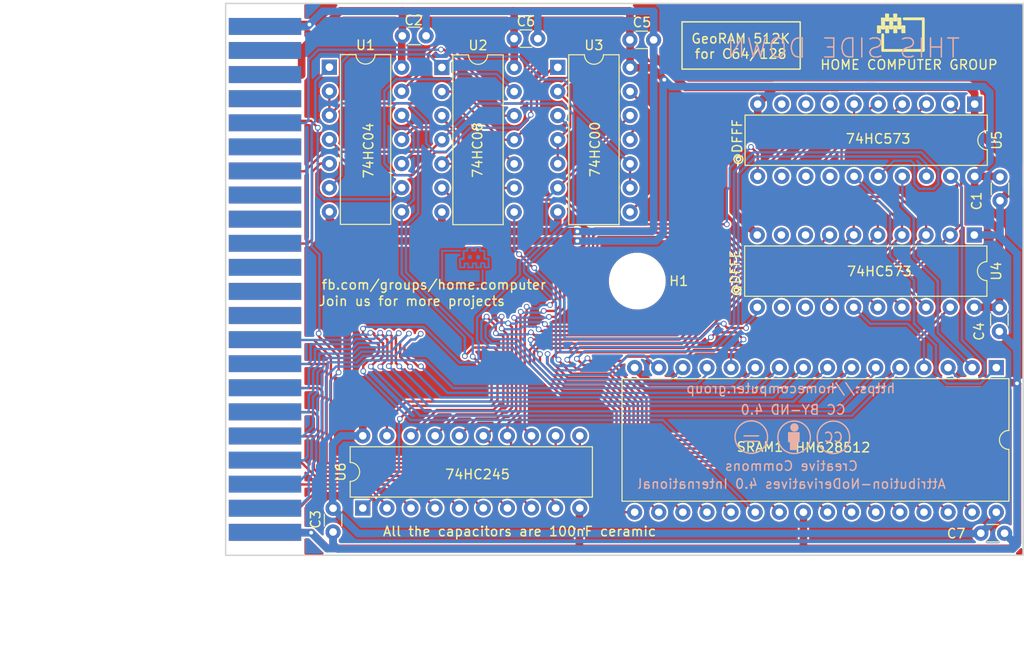
<source format=kicad_pcb>
(kicad_pcb (version 20240108) (generator "pcbnew") (generator_version "8.0")
  (title_block (title "OpenC64Cart: C64 8K Lo/Hi-Rom Cartridge") (date "2018-01-04") (rev "2") (company "SukkoPera"))
  (layers (0 "F.Cu" signal) (31 "B.Cu" signal) (36 "B.SilkS" user "B.Silkscreen") (37 "F.SilkS" user "F.Silkscreen") (38 "B.Mask" user) (39 "F.Mask" user) (44 "Edge.Cuts" user))
  (net 0 "")
  (net 1 "GND")
  (net 2 "+5V")
  (net 3 "/A18")
  (net 4 "/A16")
  (net 5 "/A14")
  (net 6 "/A12")
  (net 7 "/A7")
  (net 8 "/A6")
  (net 9 "/A5")
  (net 10 "/A4")
  (net 11 "/A3")
  (net 12 "/A2")
  (net 13 "/A1")
  (net 14 "A0 Buffered")
  (net 15 "/D0")
  (net 16 "/D1")
  (net 17 "/D2")
  (net 18 "/D3")
  (net 19 "/D4")
  (net 20 "/D5")
  (net 21 "/D6")
  (net 22 "/D7")
  (net 23 "~{CS} SRAM")
  (net 24 "/A10")
  (net 25 "/A11")
  (net 26 "/A9")
  (net 27 "/A8")
  (net 28 "/A13")
  (net 29 "~{WE} SRAM")
  (net 30 "/A17")
  (net 31 "/A15")
  (net 32 "A0")
  (net 33 "Net-(U1-Pad2)")
  (net 34 "~{IO2}")
  (net 35 "Net-(U1-Pad6)")
  (net 36 "DIR bus trasceinver")
  (net 37 "R~{W}")
  (net 38 "Net-(U1-Pad10)")
  (net 39 "~{IO1}")
  (net 40 "~{OE} bus transceiver")
  (net 41 "Net-(U2-Pad11)")
  (net 42 "Net-(U2-Pad3)")
  (net 43 "LATCH2 @ DFFF")
  (net 44 "LATCH1 @ DFFE")
  (net 45 "PHI")
  (net 46 "Net-(U3-Pad13)")
  (net 57 "/C64DATA0")
  (net 58 "/C64DATA1")
  (net 59 "/C64DATA2")
  (net 60 "/C64DATA3")
  (net 61 "/C64DATA4")
  (net 62 "/C64DATA5")
  (net 63 "/C64DATA6")
  (net 64 "/C64DATA7")
  (net 65 "Net-(U1-Pad13)")
  (footprint "Capacitor_THT:C_Disc_D3.0mm_W1.6mm_P2.50mm" (layer "F.Cu") (at 184.86 80.44 90)
    (property "Reference" "C1")
    (property "Value" "100n")
  )
  (footprint "HomeComputerGroup_FootPrintEdgeConnectors:C64 Cartridge Expansion" (layer "F.Cu") (at 111.5 88.74 90)
    (property "Reference" "CN1" (hide yes))
    (property "Value" "~")
  )
  (footprint "Capacitor_THT:C_Disc_D3.0mm_W1.6mm_P2.50mm" (layer "F.Cu") (at 185.34 115.5 180)
    (property "Reference" "C7")
    (property "Value" "100n")
  )
  (footprint "Package_DIP:DIP-32_W15.24mm" (layer "F.Cu") (at 184.47 98.045 -90)
    (property "Reference" "SRAM1")
    (property "Value" "HM628512CLP-5")
  )
  (footprint "Capacitor_THT:C_Disc_D3.0mm_W1.6mm_P2.50mm" (layer "F.Cu") (at 124.4 63.07 180)
    (property "Reference" "C2")
    (property "Value" "100n")
  )
  (footprint "Package_DIP:DIP-14_W7.62mm" (layer "F.Cu") (at 114.21 66.37)
    (property "Reference" "U1")
    (property "Value" "74HC04")
  )
  (footprint "MountingHole:MountingHole_5.5mm" (layer "F.Cu") (at 146.65 88.92)
    (property "Reference" "H1")
    (property "Value" "MountingHole")
  )
  (footprint "Package_DIP:DIP-20_W7.62mm" (layer "F.Cu") (at 182.15 84.06 -90)
    (property "Reference" "U4")
    (property "Value" "74LS573")
  )
  (footprint "Capacitor_THT:C_Disc_D3.0mm_W1.6mm_P2.50mm" (layer "F.Cu") (at 114.6 115.37 90)
    (property "Reference" "C3")
    (property "Value" "100n")
  )
  (footprint "Capacitor_THT:C_Disc_D3.0mm_W1.6mm_P2.50mm" (layer "F.Cu") (at 184.79 94.23 90)
    (property "Reference" "C4")
    (property "Value" "100n")
  )
  (footprint "Capacitor_THT:C_Disc_D3.0mm_W1.6mm_P2.50mm" (layer "F.Cu") (at 148.37 63.49 180)
    (property "Reference" "C5")
    (property "Value" "100n")
  )
  (footprint "Package_DIP:DIP-14_W7.62mm" (layer "F.Cu") (at 126.06 66.4)
    (property "Reference" "U2")
    (property "Value" "74LS08")
  )
  (footprint "Package_DIP:DIP-20_W7.62mm" (layer "F.Cu") (at 117.73 112.85 90)
    (property "Reference" "U6")
    (property "Value" "74HC245")
  )
  (footprint "Capacitor_THT:C_Disc_D3.0mm_W1.6mm_P2.50mm" (layer "F.Cu") (at 136.17 63.36 180)
    (property "Reference" "C6")
    (property "Value" "100n")
  )
  (footprint "Package_DIP:DIP-14_W7.62mm" (layer "F.Cu") (at 138.27 66.39)
    (property "Reference" "U3")
    (property "Value" "74LS00")
  )
  (footprint "Package_DIP:DIP-20_W7.62mm" (layer "F.Cu") (at 182.19 70.26 -90)
    (property "Reference" "U5")
    (property "Value" "74LS573")
  )
  (gr_line (start 130.35 87.79) (end 130.35 89.29) (stroke (width 0.2)) (layer "B.Cu"))
  (gr_line (start 130.09 85.36) (end 130.09 85.73) (stroke (width 0.2)) (layer "B.Cu"))
  (gr_line (start 129.6 85.36) (end 130.09 85.36) (stroke (width 0.2)) (layer "B.Cu"))
  (gr_line (start 128.74 85.73) (end 128.74 85.38) (stroke (width 0.2)) (layer "B.Cu"))
  (gr_line (start 128.83 87.48) (end 128.83 87.07) (stroke (width 0.2)) (layer "B.Cu"))
  (gr_line (start 130.55 86.56) (end 130.98 86.56) (stroke (width 0.2)) (layer "B.Cu"))
  (gr_line (start 129.25 85.38) (end 129.25 85.71) (stroke (width 0.2)) (layer "B.Cu"))
  (gr_line (start 130.18 87.04) (end 130.18 87.48) (stroke (width 0.2)) (layer "B.Cu"))
  (gr_line (start 129.6 85.71) (end 129.6 85.36) (stroke (width 0.2)) (layer "B.Cu"))
  (gr_line (start 126.08 89.27) (end 126.09 85.73) (stroke (width 0.2)) (layer "B.Cu"))
  (gr_line (start 129.31 87.48) (end 128.83 87.48) (stroke (width 0.2)) (layer "B.Cu"))
  (gr_line (start 130.55 87.04) (end 130.18 87.04) (stroke (width 0.2)) (layer "B.Cu"))
  (gr_line (start 130.53 85.73) (end 130.55 86.56) (stroke (width 0.2)) (layer "B.Cu"))
  (gr_line (start 129.69 87.06) (end 129.31 87.06) (stroke (width 0.2)) (layer "B.Cu"))
  (gr_rect (start 129.99 86.29) (end 129.79 86.53) (stroke (width 0.2)) (fill none) (layer "B.Cu"))
  (gr_line (start 130.18 87.48) (end 129.69 87.48) (stroke (width 0.2)) (layer "B.Cu"))
  (gr_line (start 131.01 87.48) (end 130.56 87.48) (stroke (width 0.2)) (layer "B.Cu"))
  (gr_line (start 129.31 87.06) (end 129.31 87.48) (stroke (width 0.2)) (layer "B.Cu"))
  (gr_line (start 130.56 87.48) (end 130.55 87.04) (stroke (width 0.2)) (layer "B.Cu"))
  (gr_line (start 129.69 87.48) (end 129.69 87.06) (stroke (width 0.2)) (layer "B.Cu"))
  (gr_line (start 130.98 86.56) (end 131.01 87.48) (stroke (width 0.2)) (layer "B.Cu"))
  (gr_line (start 130.09 85.73) (end 130.53 85.73) (stroke (width 0.2)) (layer "B.Cu"))
  (gr_line (start 128.83 87.07) (end 128.45 87.07) (stroke (width 0.2)) (layer "B.Cu"))
  (gr_rect (start 129.12 86.28) (end 128.92 86.5) (stroke (width 0.2)) (fill none) (layer "B.Cu"))
  (gr_line (start 128.36 85.73) (end 128.74 85.73) (stroke (width 0.2)) (layer "B.Cu"))
  (gr_line (start 128.45 87.07) (end 128.46 87.48) (stroke (width 0.2)) (layer "B.Cu"))
  (gr_line (start 128.46 87.48) (end 127.98 87.48) (stroke (width 0.2)) (layer "B.Cu"))
  (gr_line (start 129.25 85.71) (end 129.6 85.71) (stroke (width 0.2)) (layer "B.Cu"))
  (gr_line (start 128.36 86.58) (end 128.36 85.73) (stroke (width 0.2)) (layer "B.Cu"))
  (gr_line (start 130.35 89.29) (end 126.08 89.27) (stroke (width 0.2)) (layer "B.Cu"))
  (gr_line (start 127.96 86.58) (end 128.36 86.58) (stroke (width 0.2)) (layer "B.Cu"))
  (gr_line (start 127.98 87.48) (end 127.96 86.58) (stroke (width 0.2)) (layer "B.Cu"))
  (gr_line (start 126.09 85.73) (end 128.01 85.73) (stroke (width 0.2)) (layer "B.Cu"))
  (gr_line (start 128.74 85.38) (end 129.25 85.38) (stroke (width 0.2)) (layer "B.Cu"))
  (gr_circle (center 163.17 105.39) (end 164.42 106.56) (stroke (width 0.15)) (fill none) (layer "B.SilkS"))
  (gr_rect (start 162.6 104.915) (end 163.68 105.835) (stroke (width 0.15)) (fill solid) (layer "B.SilkS"))
  (gr_circle (center 158.66 105.37) (end 159.91 106.54) (stroke (width 0.15)) (fill none) (layer "B.SilkS"))
  (gr_circle (center 167.31 105.39) (end 168.56 106.56) (stroke (width 0.15)) (fill none) (layer "B.SilkS"))
  (gr_circle (center 163.2 104.35) (end 163.567151 104.35) (stroke (width 0.15)) (fill solid) (layer "B.SilkS"))
  (gr_rect (start 162.8 105.74) (end 163.44 106.66) (stroke (width 0.15)) (fill solid) (layer "B.SilkS"))
  (gr_line (start 176.78 61.265) (end 176.78 64.6) (stroke (width 0.3)) (layer "F.SilkS"))
  (gr_rect (start 172.4 61.625) (end 172.68 61.895) (stroke (width 0.15)) (fill solid) (layer "F.SilkS"))
  (gr_rect (start 174.54 62.035) (end 174.82 62.305) (stroke (width 0.15)) (fill solid) (layer "F.SilkS"))
  (gr_rect (start 172.82 60.79) (end 173.1 61.06) (stroke (width 0.15)) (fill solid) (layer "F.SilkS"))
  (gr_rect (start 173.26 61.62) (end 173.54 61.89) (stroke (width 0.15)) (fill solid) (layer "F.SilkS"))
  (gr_rect (start 174.12 62.035) (end 174.4 62.305) (stroke (width 0.15)) (fill solid) (layer "F.SilkS"))
  (gr_rect (start 172.39 61.21) (end 172.67 61.48) (stroke (width 0.15)) (fill solid) (layer "F.SilkS"))
  (gr_rect (start 172.4 62.045) (end 172.68 62.315) (stroke (width 0.15)) (fill solid) (layer "F.SilkS"))
  (gr_line (start 172.5 62.945) (end 172.5 64.595) (stroke (width 0.3)) (layer "F.SilkS"))
  (gr_rect (start 173.69 62.45) (end 173.97 62.72) (stroke (width 0.15)) (fill solid) (layer "F.SilkS"))
  (gr_rect (start 171.97 62.455) (end 172.25 62.725) (stroke (width 0.15)) (fill solid) (layer "F.SilkS"))
  (gr_rect (start 174.54 62.445) (end 174.82 62.715) (stroke (width 0.15)) (fill solid) (layer "F.SilkS"))
  (gr_line (start 174.76 61.27) (end 176.76 61.27) (stroke (width 0.3)) (layer "F.SilkS"))
  (gr_rect (start 173.26 62.04) (end 173.54 62.31) (stroke (width 0.15)) (fill solid) (layer "F.SilkS"))
  (gr_rect (start 173.68 60.79) (end 173.96 61.06) (stroke (width 0.15)) (fill solid) (layer "F.SilkS"))
  (gr_rect (start 172.83 62.45) (end 173.11 62.72) (stroke (width 0.15)) (fill solid) (layer "F.SilkS"))
  (gr_rect (start 174.11 61.2) (end 174.39 61.47) (stroke (width 0.15)) (fill solid) (layer "F.SilkS"))
  (gr_rect (start 171.97 62.045) (end 172.25 62.315) (stroke (width 0.15)) (fill solid) (layer "F.SilkS"))
  (gr_rect (start 173.69 62.04) (end 173.97 62.31) (stroke (width 0.15)) (fill solid) (layer "F.SilkS"))
  (gr_rect (start 172.82 61.205) (end 173.1 61.475) (stroke (width 0.15)) (fill solid) (layer "F.SilkS"))
  (gr_rect (start 173.25 61.205) (end 173.53 61.475) (stroke (width 0.15)) (fill solid) (layer "F.SilkS"))
  (gr_rect (start 172.83 62.04) (end 173.11 62.31) (stroke (width 0.15)) (fill solid) (layer "F.SilkS"))
  (gr_rect (start 173.68 61.205) (end 173.96 61.475) (stroke (width 0.15)) (fill solid) (layer "F.SilkS"))
  (gr_line (start 172.5 64.6) (end 176.78 64.6) (stroke (width 0.3)) (layer "F.SilkS"))
  (gr_rect (start 174.12 61.615) (end 174.4 61.885) (stroke (width 0.15)) (fill solid) (layer "F.SilkS"))
  (gr_rect (start 151.36 61.59) (end 163.81 66.57) (stroke (width 0.15)) (fill none) (layer "F.SilkS"))
  (gr_rect (start 103.28 59.65) (end 187.29 117.83) (stroke (width 0.15)) (fill none) (layer "Edge.Cuts"))
  (gr_text "=" (at 158.66 105.37 0) (layer "B.SilkS") (effects (font (size 2 2)) (justify mirror)))
  (gr_text "Creative Commons " (at 162.5 108.41 0) (layer "B.SilkS") (effects (font (size 1 1)) (justify mirror)))
  (gr_text "THIS SIDE DOWN" (at 168.35 64.37 0) (layer "B.SilkS") (effects (font (size 2 2)) (justify mirror)))
  (gr_text "CC BY-ND 4.0" (at 163.06 102.49 0) (layer "B.SilkS") (effects (font (size 1 1)) (justify mirror)))
  (gr_text "Attribution-NoDerivatives 4.0 International" (at 179.24 110.89 0) (layer "B.SilkS") (effects (font (size 1 1)) (justify left bottom mirror)))
  (gr_text "CC" (at 167.31 105.39 0) (layer "B.SilkS") (effects (font (size 1 1)) (justify mirror)))
  (gr_text "https://homecomputer.group" (at 173.91 100.82 0) (layer "B.SilkS") (effects (font (size 1 1)) (justify left bottom mirror)))
  (gr_text "HOME COMPUTER GROUP" (at 175.27 66.12 0) (layer "F.SilkS") (effects (font (size 1 1))))
  (gr_text "fb.com/groups/home.computer" (at 125.22 89.31 0) (layer "F.SilkS") (effects (font (size 1 1))))
  (gr_text "74HC08" (at 129.82 75.1 90) (layer "F.SilkS") (effects (font (size 1 1))))
  (gr_text "74HC04" (at 118.34 75.16 90) (layer "F.SilkS") (effects (font (size 1 1))))
  (gr_text "74HC573" (at 172.15 87.9 0) (layer "F.SilkS") (effects (font (size 1 1))))
  (gr_text "@DFFF" (at 157.18 74.29 90) (layer "F.SilkS") (effects (font (size 1 1))))
  (gr_text "GeoRAM 512K\nfor C64/128" (at 157.54 64.17 0) (layer "F.SilkS") (effects (font (size 1 1))))
  (gr_text "HM628512" (at 167.24 106.47 0) (layer "F.SilkS") (effects (font (size 1 1))))
  (gr_text "@DFFE" (at 156.97 88.08 90) (layer "F.SilkS") (effects (font (size 1 1))))
  (gr_text "Join us for more projects" (at 122.89 91.03 0) (layer "F.SilkS") (effects (font (size 1 1))))
  (gr_text "74HC245" (at 129.82 109.3 0) (layer "F.SilkS") (effects (font (size 1 1))))
  (gr_text "74HC00" (at 142.2 75.04 90) (layer "F.SilkS") (effects (font (size 1 1))))
  (gr_text "All the capacitors are 100nF ceramic" (at 134.25 115.31 0) (layer "F.SilkS") (effects (font (size 1 1))))
  (gr_text "74HC573" (at 172.02 73.92 0) (layer "F.SilkS") (effects (font (size 1 1))))
  (segment (start 186.7 116.48) (end 186.7 99.75) (width 0.8) (layer "F.Cu") (net 1))
  (segment (start 181.56 68.48) (end 182.19 69.11) (width 0.8) (layer "F.Cu") (net 1))
  (segment (start 125.947 83.693) (end 126.06 83.58) (width 0.8) (layer "F.Cu") (net 1))
  (segment (start 182.19 69.11) (end 182.19 70.26) (width 0.8) (layer "F.Cu") (net 1))
  (segment (start 159.29 84.06) (end 156.75 81.52) (width 0.8) (layer "F.Cu") (net 1))
  (segment (start 114.6 116.92) (end 114.6 115.37) (width 0.8) (layer "F.Cu") (net 1))
  (segment (start 148.37 65.14) (end 151.73 68.5) (width 0.8) (layer "F.Cu") (net 1))
  (segment (start 140.55 117.03) (end 140.5682 117.0482) (width 0.8) (layer "F.Cu") (net 1))
  (segment (start 156.75 75.01) (end 159.33 72.43) (width 0.8) (layer "F.Cu") (net 1))
  (segment (start 186.52 77.12) (end 182.19 72.79) (width 0.8) (layer "F.Cu") (net 1))
  (segment (start 140.59 112.85) (end 140.55 112.89) (width 0.8) (layer "F.Cu") (net 1))
  (segment (start 186.156 117.094) (end 186.51 116.74) (width 0.8) (layer "F.Cu") (net 1))
  (segment (start 186.51 116.67) (end 185.34 115.5) (width 0.8) (layer "F.Cu") (net 1))
  (segment (start 167.69 68.5) (end 167.71 68.48) (width 0.8) (layer "F.Cu") (net 1))
  (segment (start 151.73 68.5) (end 167.69 68.5) (width 0.8) (layer "F.Cu") (net 1))
  (segment (start 186.7 99.75) (end 186.65 99.7) (width 0.8) (layer "F.Cu") (net 1))
  (segment (start 184.86 80.44) (end 186.52 78.78) (width 0.8) (layer "F.Cu") (net 1))
  (segment (start 186.51 116.67) (end 186.7 116.48) (width 0.8) (layer "F.Cu") (net 1))
  (segment (start 142.8496 117.094) (end 126.5428 117.094) (width 0.8) (layer "F.Cu") (net 1))
  (segment (start 114.774 117.094) (end 113.9698 117.094) (width 0.8) (layer "F.Cu") (net 1))
  (segment (start 164.15 117.06) (end 164.116 117.094) (width 0.8) (layer "F.Cu") (net 1))
  (segment (start 113.9698 117.094) (end 112.3188 115.443) (width 0.8) (layer "F.Cu") (net 1))
  (segment (start 159.33 72.43) (end 159.33 70.26) (width 0.8) (layer "F.Cu") (net 1))
  (segment (start 164.15 113.285) (end 164.15 117.06) (width 0.8) (layer "F.Cu") (net 1))
  (segment (start 126.06 83.58) (end 126.06 81.64) (width 0.8) (layer "F.Cu") (net 1))
  (segment (start 167.71 68.48) (end 181.56 68.48) (width 0.8) (layer "F.Cu") (net 1))
  (segment (start 107.393274 61.87) (end 107.390774 61.8675) (width 0.8) (layer "F.Cu") (net 1))
  (segment (start 167.71 68.48) (end 161.11 68.48) (width 0.8) (layer "F.Cu") (net 1))
  (segment (start 126.5428 117.094) (end 114.774 117.094) (width 0.8) (layer "F.Cu") (net 1))
  (segment (start 115.473 83.693) (end 125.947 83.693) (width 0.8) (layer "F.Cu") (net 1))
  (segment (start 138.27 83.47) (end 138.493 83.693) (width 0.8) (layer "F.Cu") (net 1))
  (segment (start 161.11 68.48) (end 159.33 70.26) (width 0.8) (layer "F.Cu") (net 1))
  (segment (start 182.19 72.79) (end 182.19 70.26) (width 0.8) (layer "F.Cu") (net 1))
  (segment (start 112.2934 115.443) (end 107.5944 115.443) (width 0.8) (layer "F.Cu") (net 1))
  (segment (start 114.774 117.094) (end 114.6 116.92) (width 0.8) (layer "F.Cu") (net 1))
  (segment (start 186.51 116.74) (end 186.51 116.67) (width 0.8) (layer "F.Cu") (net 1))
  (segment (start 147.96 99.635) (end 186.585 99.635) (width 0.8) (layer "F.Cu") (net 1))
  (segment (start 156.75 81.52) (end 156.75 75.01) (width 0.8) (layer "F.Cu") (net 1))
  (segment (start 164.116 117.094) (end 142.8496 117.094) (width 0.8) (layer "F.Cu") (net 1))
  (segment (start 186.52 78.78) (end 186.52 77.12) (width 0.8) (layer "F.Cu") (net 1))
  (segment (start 186.585 99.635) (end 186.65 99.7) (width 0.8) (layer "F.Cu") (net 1))
  (segment (start 140.55 112.89) (end 140.55 117.03) (width 0.8) (layer "F.Cu") (net 1))
  (segment (start 148.37 63.49) (end 148.37 65.14) (width 0.8) (layer "F.Cu") (net 1))
  (segment (start 112.11 61.87) (end 107.393274 61.87) (width 0.8) (layer "F.Cu") (net 1))
  (segment (start 140.333 83.693) (end 138.493 83.693) (width 0.8) (layer "F.Cu") (net 1))
  (segment (start 138.27 81.63) (end 138.27 83.47) (width 0.8) (layer "F.Cu") (net 1))
  (segment (start 112.3188 115.443) (end 112.2934 115.443) (width 0.8) (layer "F.Cu") (net 1))
  (segment (start 114.21 81.61) (end 114.21 82.43) (width 0.8) (layer "F.Cu") (net 1))
  (segment (start 164.116 117.094) (end 186.156 117.094) (width 0.8) (layer "F.Cu") (net 1))
  (segment (start 125.947 83.693) (end 138.493 83.693) (width 0.8) (layer "F.Cu") (net 1))
  (segment (start 114.21 82.43) (end 115.473 83.693) (width 0.8) (layer "F.Cu") (net 1))
  (segment (start 147.96 99.635) (end 146.37 98.045) (width 0.8) (layer "F.Cu") (net 1))
  (via (at 112.11 61.87) (size 0.6) (drill 0.4) (layers "F.Cu" "B.Cu") (net 1))
  (via (at 112.2934 115.443) (size 0.6) (drill 0.4) (layers "F.Cu" "B.Cu") (net 1))
  (via (at 186.65 99.7) (size 0.6) (drill 0.4) (layers "F.Cu" "B.Cu") (net 1))
  (via (at 140.333 83.693) (size 0.6) (drill 0.4) (layers "F.Cu" "B.Cu") (net 1))
  (segment (start 140.86 83.69) (end 140.856999 83.693001) (width 0.8) (layer "B.Cu") (net 1))
  (segment (start 186.21 116.37) (end 186.21 117.16) (width 0.8) (layer "B.Cu") (net 1))
  (segment (start 115.0594 117.1194) (end 113.9698 117.1194) (width 0.8) (layer "B.Cu") (net 1))
  (segment (start 113.9698 117.1194) (end 112.2934 115.443) (width 0.8) (layer "B.Cu") (net 1))
  (segment (start 115.1 117.16) (end 186.21 117.16) (width 0.8) (layer "B.Cu") (net 1))
  (segment (start 124.3274 60.4774) (end 136.3726 60.4774) (width 0.8) (layer "B.Cu") (net 1))
  (segment (start 186.65 96.79) (end 186.65 86.01) (width 0.8) (layer "B.Cu") (net 1))
  (segment (start 140.856999 83.693001) (end 140.333 83.693) (width 0.8) (layer "B.Cu") (net 1))
  (segment (start 124.4 60.55) (end 124.3274 60.4774) (width 0.8) (layer "B.Cu") (net 1))
  (segment (start 184.79 94.23) (end 186.65 96.09) (width 0.8) (layer "B.Cu") (net 1))
  (segment (start 136.17 60.68) (end 136.3726 60.4774) (width 0.8) (layer "B.Cu") (net 1))
  (segment (start 184.86 84.22) (end 184.7 84.06) (width 0.8) (layer "B.Cu") (net 1))
  (segment (start 148.37 63.49) (end 148.37 83.53) (width 0.8) (layer "B.Cu") (net 1))
  (segment (start 115.0594 117.1194) (end 115.1 117.16) (width 0.8) (layer "B.Cu") (net 1))
  (segment (start 136.3726 60.4774) (end 148.3874 60.4774) (width 0.8) (layer "B.Cu") (net 1))
  (segment (start 136.17 63.36) (end 136.17 60.68) (width 0.8) (layer "B.Cu") (net 1))
  (segment (start 114.6 115.37) (end 114.6 116.66) (width 0.8) (layer "B.Cu") (net 1))
  (segment (start 186.21 117.16) (end 186.66 116.71) (width 0.8) (layer "B.Cu") (net 1))
  (segment (start 113.5026 60.4774) (end 124.3274 60.4774) (width 0.8) (layer "B.Cu") (net 1))
  (segment (start 186.66 116.71) (end 186.66 99.71) (width 0.8) (layer "B.Cu") (net 1))
  (segment (start 186.66 99.71) (end 186.65 99.7) (width 0.8) (layer "B.Cu") (net 1))
  (segment (start 186.65 99.7) (end 186.65 96.79) (width 0.8) (layer "B.Cu") (net 1))
  (segment (start 148.21 83.69) (end 140.86 83.69) (width 0.8) (layer "B.Cu") (net 1))
  (segment (start 184.7 84.06) (end 182.15 84.06) (width 0.8) (layer "B.Cu") (net 1))
  (segment (start 124.4 63.07) (end 124.4 60.55) (width 0.8) (layer "B.Cu") (net 1))
  (segment (start 184.86 84.22) (end 186.65 86.01) (width 0.8) (layer "B.Cu") (net 1))
  (segment (start 184.86 80.44) (end 184.86 84.22) (width 0.8) (layer "B.Cu") (net 1))
  (segment (start 186.65 96.09) (end 186.65 96.79) (width 0.8) (layer "B.Cu") (net 1))
  (segment (start 185.34 115.5) (end 186.21 116.37) (width 0.8) (layer "B.Cu") (net 1))
  (segment (start 148.37 83.53) (end 148.21 83.69) (width 0.8) (layer "B.Cu") (net 1))
  (segment (start 111.877 62.103) (end 107.5944 62.103) (width 0.8) (layer "B.Cu") (net 1))
  (segment (start 148.37 60.56) (end 148.37 63.49) (width 0.8) (layer "B.Cu") (net 1))
  (segment (start 112.11 61.87) (end 113.5026 60.4774) (width 0.8) (layer "B.Cu") (net 1))
  (segment (start 114.6 116.66) (end 115.0594 117.1194) (width 0.8) (layer "B.Cu") (net 1))
  (segment (start 107.5944 115.443) (end 112.2172 115.443) (width 0.8) (layer "B.Cu") (net 1))
  (segment (start 112.11 61.87) (end 111.877 62.103) (width 0.8) (layer "B.Cu") (net 1))
  (segment (start 184.8 77.88) (end 184.86 77.94) (width 0.8) (layer "F.Cu") (net 2))
  (segment (start 116.0823 99.6423) (end 116.0823 85.8877) (width 0.8) (layer "F.Cu") (net 2))
  (segment (start 133.68 66.4) (end 133.68 63.37) (width 0.8) (layer "F.Cu") (net 2))
  (segment (start 182.15 91.68) (end 184.74 91.68) (width 0.8) (layer "F.Cu") (net 2))
  (segment (start 117.73 101.29) (end 116.0823 99.6423) (width 0.8) (layer "F.Cu") (net 2))
  (segment (start 145.89 63.51) (end 145.87 63.49) (width 0.8) (layer "F.Cu") (net 2))
  (segment (start 115.02 60.76) (end 115.05 60.76) (width 0.8) (layer "F.Cu") (net 2))
  (segment (start 145.87 60.45) (end 145.87 63.49) (width 0.8) (layer "F.Cu") (net 2))
  (segment (start 121.89 60.43) (end 133.5 60.43) (width 0.8) (layer "F.Cu") (net 2))
  (segment (start 133.68 63.37) (end 133.67 63.36) (width 0.8) (layer "F.Cu") (net 2))
  (segment (start 145.94 66.44) (end 148.24 66.44) (width 0.8) (layer "F.Cu") (net 2))
  (segment (start 145.85 60.43) (end 145.87 60.45) (width 0.8) (layer "F.Cu") (net 2))
  (segment (start 111.3028 64.4772) (end 115.02 60.76) (width 0.8) (layer "F.Cu") (net 2))
  (segment (start 116.0823 85.8877) (end 117.277 84.693) (width 0.8) (layer "F.Cu") (net 2))
  (segment (start 121.89 60.43) (end 121.9 60.44) (width 0.8) (layer "F.Cu") (net 2))
  (segment (start 121.83 63.14) (end 121.9 63.07) (width 0.8) (layer "F.Cu") (net 2))
  (segment (start 111.3028 64.643) (end 111.29 64.6558) (width 0.8) (layer "F.Cu") (net 2))
  (segment (start 145.89 66.39) (end 145.94 66.44) (width 0.8) (layer "F.Cu") (net 2))
  (segment (start 133.5 60.43) (end 145.85 60.43) (width 0.8) (layer "F.Cu") (net 2))
  (segment (start 121.83 66.37) (end 121.83 63.14) (width 0.8) (layer "F.Cu") (net 2))
  (segment (start 117.277 84.693) (end 140.333 84.693) (width 0.8) (layer "F.Cu") (net 2))
  (segment (start 111.29 64.6558) (end 111.29 67.183) (width 0.8) (layer "F.Cu") (net 2))
  (segment (start 182.19 77.88) (end 184.8 77.88) (width 0.8) (layer "F.Cu") (net 2))
  (segment (start 145.89 66.39) (end 145.89 63.51) (width 0.8) (layer "F.Cu") (net 2))
  (segment (start 148.24 66.44) (end 149.49 67.69) (width 0.8) (layer "F.Cu") (net 2))
  (segment (start 107.4928 64.643) (end 111.3028 64.643) (width 0.8) (layer "F.Cu") (net 2))
  (segment (start 111.29 67.183) (end 107.4928 67.183) (width 0.8) (layer "F.Cu") (net 2))
  (segment (start 133.5 60.43) (end 133.67 60.6) (width 0.8) (layer "F.Cu") (net 2))
  (segment (start 115.05 60.76) (end 115.38 60.43) (width 0.8) (layer "F.Cu") (net 2))
  (segment (start 182.19 80.99) (end 184.79 83.59) (width 0.8) (layer "F.Cu") (net 2))
  (segment (start 184.79 83.59) (end 184.79 91.73) (width 0.8) (layer "F.Cu") (net 2))
  (segment (start 121.9 60.44) (end 121.9 63.07) (width 0.8) (layer "F.Cu") (net 2))
  (segment (start 111.3028 64.643) (end 111.3028 64.4772) (width 0.8) (layer "F.Cu") (net 2))
  (segment (start 184.74 91.68) (end 184.79 91.73) (width 0.8) (layer "F.Cu") (net 2))
  (segment (start 182.19 77.88) (end 182.19 80.99) (width 0.8) (layer "F.Cu") (net 2))
  (segment (start 117.73 105.23) (end 117.73 101.29) (width 0.8) (layer "F.Cu") (net 2))
  (segment (start 133.67 60.6) (end 133.67 63.36) (width 0.8) (layer "F.Cu") (net 2))
  (segment (start 115.38 60.43) (end 121.89 60.43) (width 0.8) (layer "F.Cu") (net 2))
  (via (at 140.333 84.693) (size 0.6) (drill 0.4) (layers "F.Cu" "B.Cu") (net 2))
  (via (at 149.49 67.69) (size 0.6) (drill 0.4) (layers "F.Cu" "B.Cu") (net 2))
  (segment (start 183.79 76.28) (end 182.19 77.88) (width 0.8) (layer "B.Cu") (net 2))
  (segment (start 183.79 69.06) (end 183.79 76.28) (width 0.8) (layer "B.Cu") (net 2))
  (segment (start 149.49 67.69) (end 149.37 67.81) (width 0.8) (layer "B.Cu") (net 2))
  (segment (start 148.624214 84.69) (end 146.470528 84.69) (width 0.8) (layer "B.Cu") (net 2))
  (segment (start 149.37 83.944214) (end 148.624214 84.69) (width 0.8) (layer "B.Cu") (net 2))
  (segment (start 114.55 106.12) (end 114.55 112.84) (width 0.8) (layer "B.Cu") (net 2))
  (segment (start 182.81 115.53) (end 182.84 115.5) (width 0.8) (layer "B.Cu") (net 2))
  (segment (start 149.49 67.69) (end 150.21 68.41) (width 0.8) (layer "B.Cu") (net 2))
  (segment (start 183.14 68.41) (end 183.79 69.06) (width 0.8) (layer "B.Cu") (net 2))
  (segment (start 117.73 105.23) (end 115.44 105.23) (width 0.8) (layer "B.Cu") (net 2))
  (segment (start 146.470528 84.69) (end 146.467527 84.693001) (width 0.8) (layer "B.Cu") (net 2))
  (segment (start 150.21 68.41) (end 171.68 68.41) (width 0.8) (layer "B.Cu") (net 2))
  (segment (start 149.37 67.81) (end 149.37 83.944214) (width 0.8) (layer "B.Cu") (net 2))
  (segment (start 114.55 112.84) (end 117.24 115.53) (width 0.8) (layer "B.Cu") (net 2))
  (segment (start 184.47 113.87) (end 182.84 115.5) (width 0.8) (layer "B.Cu") (net 2))
  (segment (start 117.24 115.53) (end 182.81 115.53) (width 0.8) (layer "B.Cu") (net 2))
  (segment (start 115.44 105.23) (end 114.55 106.12) (width 0.8) (layer "B.Cu") (net 2))
  (segment (start 146.467527 84.693001) (end 140.37 84.693001) (width 0.8) (layer "B.Cu") (net 2))
  (segment (start 170.85 68.41) (end 183.14 68.41) (width 0.8) (layer "B.Cu") (net 2))
  (segment (start 184.47 113.285) (end 184.47 113.87) (width 0.8) (layer "B.Cu") (net 2))
  (segment (start 178.11 95.7) (end 178.11 98.59) (width 0.25) (layer "B.Cu") (net 3))
  (segment (start 175.8 88.82) (end 175.8 93.39) (width 0.25) (layer "B.Cu") (net 3))
  (segment (start 178.11 98.59) (end 179.25 99.73) (width 0.25) (layer "B.Cu") (net 3))
  (segment (start 173.28 86.3) (end 175.8 88.82) (width 0.25) (layer "B.Cu") (net 3))
  (segment (start 169.49 77.88) (end 173.28 81.67) (width 0.25) (layer "B.Cu") (net 3))
  (segment (start 179.25 99.73) (end 182.785 99.73) (width 0.25) (layer "B.Cu") (net 3))
  (segment (start 175.8 93.39) (end 178.11 95.7) (width 0.25) (layer "B.Cu") (net 3))
  (segment (start 173.28 81.67) (end 173.28 86.3) (width 0.25) (layer "B.Cu") (net 3))
  (segment (start 182.785 99.73) (end 184.47 98.045) (width 0.25) (layer "B.Cu") (net 3))
  (segment (start 174.57 77.88) (end 174.57 80.99) (width 0.25) (layer "B.Cu") (net 4))
  (segment (start 175.77 82.19) (end 175.77 86.39) (width 0.25) (layer "B.Cu") (net 4))
  (segment (start 178.31 94.37) (end 181.93 97.99) (width 0.25) (layer "B.Cu") (net 4))
  (segment (start 174.57 80.99) (end 175.77 82.19) (width 0.25) (layer "B.Cu") (net 4))
  (segment (start 181.93 97.99) (end 181.93 98.045) (width 0.25) (layer "B.Cu") (net 4))
  (segment (start 178.31 88.93) (end 178.31 94.37) (width 0.25) (layer "B.Cu") (net 4))
  (segment (start 175.77 86.39) (end 178.31 88.93) (width 0.25) (layer "B.Cu") (net 4))
  (segment (start 180.85 95.14) (end 183.21 97.5) (width 0.25) (layer "B.Cu") (net 5))
  (segment (start 183.21 98.61) (end 182.54 99.28) (width 0.25) (layer "B.Cu") (net 5))
  (segment (start 180.625 99.28) (end 179.39 98.045) (width 0.25) (layer "B.Cu") (net 5))
  (segment (start 183.21 97.5) (end 183.21 98.61) (width 0.25) (layer "B.Cu") (net 5))
  (segment (start 179.65 77.88) (end 180.85 79.08) (width 0.25) (layer "B.Cu") (net 5))
  (segment (start 182.54 99.28) (end 180.625 99.28) (width 0.25) (layer "B.Cu") (net 5))
  (segment (start 180.85 79.08) (end 180.85 95.14) (width 0.25) (layer "B.Cu") (net 5))
  (segment (start 171.19 93.42) (end 175.15 93.42) (width 0.25) (layer "B.Cu") (net 6))
  (segment (start 176.85 95.12) (end 176.85 98.045) (width 0.25) (layer "B.Cu") (net 6))
  (segment (start 175.15 93.42) (end 176.85 95.12) (width 0.25) (layer "B.Cu") (net 6))
  (segment (start 169.45 91.68) (end 171.19 93.42) (width 0.25) (layer "B.Cu") (net 6))
  (segment (start 118.945 94.475) (end 118.945 94.628884) (width 0.25) (layer "F.Cu") (net 7))
  (segment (start 118.835 94.365) (end 118.945 94.475) (width 0.25) (layer "F.Cu") (net 7))
  (segment (start 119.185 97.315) (end 118.57 97.93) (width 0.25) (layer "F.Cu") (net 7))
  (segment (start 119.381396 94.995) (end 119.87 95.483604) (width 0.25) (layer "F.Cu") (net 7))
  (segment (start 119.87 96.86) (end 119.415 97.315) (width 0.25) (layer "F.Cu") (net 7))
  (segment (start 119.311116 94.995) (end 119.381396 94.995) (width 0.25) (layer "F.Cu") (net 7))
  (segment (start 118.535 94.365) (end 118.835 94.365) (width 0.25) (layer "F.Cu") (net 7))
  (segment (start 119.87 95.483604) (end 119.87 96.86) (width 0.25) (layer "F.Cu") (net 7))
  (segment (start 118.945 94.628884) (end 119.311116 94.995) (width 0.25) (layer "F.Cu") (net 7))
  (segment (start 119.415 97.315) (end 119.185 97.315) (width 0.25) (layer "F.Cu") (net 7))
  (via (at 118.57 97.93) (size 0.6) (drill 0.4) (layers "F.Cu" "B.Cu") (net 7))
  (via (at 118.535 94.365) (size 0.6) (drill 0.4) (layers "F.Cu" "B.Cu") (net 7))
  (segment (start 116.277 95.123) (end 116.8358 94.5642) (width 0.25) (layer "B.Cu") (net 7))
  (segment (start 118.58 97.93) (end 123.77 103.12) (width 0.25) (layer "B.Cu") (net 7))
  (segment (start 118.3358 94.5642) (end 118.535 94.365) (width 0.25) (layer "B.Cu") (net 7))
  (segment (start 169.235 103.12) (end 174.31 98.045) (width 0.25) (layer "B.Cu") (net 7))
  (segment (start 116.277 95.123) (end 107.337 95.123) (width 0.25) (layer "B.Cu") (net 7))
  (segment (start 107.337 95.123) (end 107.31 95.15) (width 0.25) (layer "B.Cu") (net 7))
  (segment (start 123.77 103.12) (end 169.235 103.12) (width 0.25) (layer "B.Cu") (net 7))
  (segment (start 116.8358 94.5642) (end 118.3358 94.5642) (width 0.25) (layer "B.Cu") (net 7))
  (segment (start 119.58 97.896116) (end 119.58 97.94) (width 0.25) (layer "F.Cu") (net 8))
  (segment (start 119.57 94.37) (end 119.86 94.66) (width 0.25) (layer "F.Cu") (net 8))
  (segment (start 119.86 94.66) (end 119.86 94.663884) (width 0.25) (layer "F.Cu") (net 8))
  (segment (start 120.32 95.123884) (end 120.32 97.156116) (width 0.25) (layer "F.Cu") (net 8))
  (segment (start 120.32 97.156116) (end 119.58 97.896116) (width 0.25) (layer "F.Cu") (net 8))
  (segment (start 119.86 94.663884) (end 120.32 95.123884) (width 0.25) (layer "F.Cu") (net 8))
  (via (at 119.58 97.94) (size 0.6) (drill 0.4) (layers "F.Cu" "B.Cu") (net 8))
  (via (at 119.57 94.37) (size 0.6) (drill 0.4) (layers "F.Cu" "B.Cu") (net 8))
  (segment (start 112.2426 97.3582) (end 111.9378 97.663) (width 0.25) (layer "B.Cu") (net 8))
  (segment (start 118.9258 95.0142) (end 117.022196 95.0142) (width 0.25) (layer "B.Cu") (net 8))
  (segment (start 111.9378 97.663) (end 107.4928 97.663) (width 0.25) (layer "B.Cu") (net 8))
  (segment (start 117.022196 95.0142) (end 116.463396 95.573) (width 0.25) (layer "B.Cu") (net 8))
  (segment (start 167.68 102.65) (end 172.285 98.045) (width 0.25) (layer "B.Cu") (net 8))
  (segment (start 112.2426 95.573) (end 112.2426 97.3582) (width 0.25) (layer "B.Cu") (net 8))
  (segment (start 124.29 102.65) (end 167.68 102.65) (width 0.25) (layer "B.Cu") (net 8))
  (segment (start 116.463396 95.573) (end 112.2426 95.573) (width 0.25) (layer "B.Cu") (net 8))
  (segment (start 119.57 94.37) (end 118.9258 95.0142) (width 0.25) (layer "B.Cu") (net 8))
  (segment (start 119.58 97.94) (end 124.29 102.65) (width 0.25) (layer "B.Cu") (net 8))
  (segment (start 120.77 97.59) (end 120.47 97.89) (width 0.25) (layer "F.Cu") (net 9))
  (segment (start 120.485 94.405) (end 120.77 94.69) (width 0.25) (layer "F.Cu") (net 9))
  (segment (start 120.77 94.69) (end 120.77 97.59) (width 0.25) (layer "F.Cu") (net 9))
  (via (at 120.47 97.89) (size 0.6) (drill 0.4) (layers "F.Cu" "B.Cu") (net 9))
  (via (at 120.485 94.405) (size 0.6) (drill 0.4) (layers "F.Cu" "B.Cu") (net 9))
  (segment (start 120.47 97.89) (end 124.66 102.08) (width 0.25) (layer "B.Cu") (net 9))
  (segment (start 124.66 102.08) (end 165.195 102.08) (width 0.25) (layer "B.Cu") (net 9))
  (segment (start 107.4928 100.203) (end 111.9378 100.203) (width 0.25) (layer "B.Cu") (net 9))
  (segment (start 112.6926 97.544596) (end 112.6926 96.0882) (width 0.25) (layer "B.Cu") (net 9))
  (segment (start 112.04 100.1008) (end 112.04 98.197196) (width 0.25) (layer "B.Cu") (net 9))
  (segment (start 110.0328 100.203) (end 110.3648 100.203) (width 0.25) (layer "B.Cu") (net 9))
  (segment (start 117.208592 95.4642) (end 119.4258 95.4642) (width 0.25) (layer "B.Cu") (net 9))
  (segment (start 112.6926 96.0882) (end 116.584592 96.0882) (width 0.25) (layer "B.Cu") (net 9))
  (segment (start 112.04 98.197196) (end 112.6926 97.544596) (width 0.25) (layer "B.Cu") (net 9))
  (segment (start 111.9378 100.203) (end 112.04 100.1008) (width 0.25) (layer "B.Cu") (net 9))
  (segment (start 116.584592 96.0882) (end 117.208592 95.4642) (width 0.25) (layer "B.Cu") (net 9))
  (segment (start 119.4258 95.4642) (end 120.485 94.405) (width 0.25) (layer "B.Cu") (net 9))
  (segment (start 165.195 102.08) (end 169.23 98.045) (width 0.25) (layer "B.Cu") (net 9))
  (segment (start 121.22 97.56) (end 121.575 97.915) (width 0.25) (layer "F.Cu") (net 10))
  (segment (start 121.52 94.41) (end 121.22 94.71) (width 0.25) (layer "F.Cu") (net 10))
  (segment (start 121.22 94.71) (end 121.22 97.56) (width 0.25) (layer "F.Cu") (net 10))
  (via (at 121.575 97.915) (size 0.6) (drill 0.4) (layers "F.Cu" "B.Cu") (net 10))
  (via (at 121.52 94.41) (size 0.6) (drill 0.4) (layers "F.Cu" "B.Cu") (net 10))
  (segment (start 121.575 97.915) (end 125.29 101.63) (width 0.25) (layer "B.Cu") (net 10))
  (segment (start 113.1426 96.5712) (end 113.1426 97.600592) (width 0.25) (layer "B.Cu") (net 10))
  (segment (start 112.5 100.49) (end 112.5 98.373592) (width 0.25) (layer "B.Cu") (net 10))
  (segment (start 120.0158 95.9142) (end 117.394988 95.9142) (width 0.25) (layer "B.Cu") (net 10))
  (segment (start 163.105 101.63) (end 166.69 98.045) (width 0.25) (layer "B.Cu") (net 10))
  (segment (start 112.04 102.74) (end 112.04 100.95) (width 0.25) (layer "B.Cu") (net 10))
  (segment (start 125.29 101.63) (end 163.105 101.63) (width 0.25) (layer "B.Cu") (net 10))
  (segment (start 112.5 98.373592) (end 113.1426 97.730992) (width 0.25) (layer "B.Cu") (net 10))
  (segment (start 116.737988 96.5712) (end 113.1426 96.5712) (width 0.25) (layer "B.Cu") (net 10))
  (segment (start 121.52 94.41) (end 120.0158 95.9142) (width 0.25) (layer "B.Cu") (net 10))
  (segment (start 112.037 102.743) (end 112.04 102.74) (width 0.25) (layer "B.Cu") (net 10))
  (segment (start 107.5944 102.743) (end 112.037 102.743) (width 0.25) (layer "B.Cu") (net 10))
  (segment (start 112.04 100.95) (end 112.5 100.49) (width 0.25) (layer "B.Cu") (net 10))
  (segment (start 117.394988 95.9142) (end 116.737988 96.5712) (width 0.25) (layer "B.Cu") (net 10))
  (segment (start 121.67 96.91) (end 122.705 97.945) (width 0.25) (layer "F.Cu") (net 11))
  (segment (start 121.67 95.37) (end 121.67 96.91) (width 0.25) (layer "F.Cu") (net 11))
  (segment (start 122.59 94.45) (end 121.67 95.37) (width 0.25) (layer "F.Cu") (net 11))
  (via (at 122.59 94.45) (size 0.6) (drill 0.4) (layers "F.Cu" "B.Cu") (net 11))
  (via (at 122.705 97.945) (size 0.6) (drill 0.4) (layers "F.Cu" "B.Cu") (net 11))
  (segment (start 112.95 98.559988) (end 112.95 100.676396) (width 0.25) (layer "B.Cu") (net 11))
  (segment (start 120.6758 96.3642) (end 117.581384 96.3642) (width 0.25) (layer "B.Cu") (net 11))
  (segment (start 115.3668 97.028) (end 113.5926 97.028) (width 0.25) (layer "B.Cu") (net 11))
  (segment (start 161.015 101.18) (end 164.15 98.045) (width 0.25) (layer "B.Cu") (net 11))
  (segment (start 125.94 101.18) (end 161.015 101.18) (width 0.25) (layer "B.Cu") (net 11))
  (segment (start 113.5926 97.917388) (end 112.95 98.559988) (width 0.25) (layer "B.Cu") (net 11))
  (segment (start 112.49 101.136396) (end 112.49 104.23) (width 0.25) (layer "B.Cu") (net 11))
  (segment (start 122.705 97.945) (end 125.94 101.18) (width 0.25) (layer "B.Cu") (net 11))
  (segment (start 115.3736 97.0212) (end 115.3668 97.028) (width 0.25) (layer "B.Cu") (net 11))
  (segment (start 117.581384 96.3642) (end 116.924384 97.0212) (width 0.25) (layer "B.Cu") (net 11))
  (segment (start 112.95 100.676396) (end 112.49 101.136396) (width 0.25) (layer "B.Cu") (net 11))
  (segment (start 112.49 104.23) (end 111.437 105.283) (width 0.25) (layer "B.Cu") (net 11))
  (segment (start 111.437 105.283) (end 107.621074 105.283) (width 0.25) (layer "B.Cu") (net 11))
  (segment (start 113.5926 97.028) (end 113.5926 97.917388) (width 0.25) (layer "B.Cu") (net 11))
  (segment (start 116.924384 97.0212) (end 115.3736 97.0212) (width 0.25) (layer "B.Cu") (net 11))
  (segment (start 122.59 94.45) (end 120.6758 96.3642) (width 0.25) (layer "B.Cu") (net 11))
  (segment (start 123.235 95.075) (end 123.835 94.475) (width 0.25) (layer "F.Cu") (net 12))
  (segment (start 123.33 97.686116) (end 123.33 97.69) (width 0.25) (layer "F.Cu") (net 12))
  (segment (start 122.963884 97.32) (end 123.33 97.686116) (width 0.25) (layer "F.Cu") (net 12))
  (segment (start 123.33 97.69) (end 123.545 97.905) (width 0.25) (layer "F.Cu") (net 12))
  (segment (start 122.81 97.32) (end 122.963884 97.32) (width 0.25) (layer "F.Cu") (net 12))
  (segment (start 122.12 95.76) (end 122.12 96.63) (width 0.25) (layer "F.Cu") (net 12))
  (segment (start 123.545 97.905) (end 123.855 97.905) (width 0.25) (layer "F.Cu") (net 12))
  (segment (start 122.12 96.63) (end 122.81 97.32) (width 0.25) (layer "F.Cu") (net 12))
  (segment (start 122.805 95.075) (end 123.235 95.075) (width 0.25) (layer "F.Cu") (net 12))
  (segment (start 122.805 95.075) (end 122.12 95.76) (width 0.25) (layer "F.Cu") (net 12))
  (via (at 123.855 97.905) (size 0.6) (drill 0.4) (layers "F.Cu" "B.Cu") (net 12))
  (via (at 123.835 94.475) (size 0.6) (drill 0.4) (layers "F.Cu" "B.Cu") (net 12))
  (segment (start 111.517 107.823) (end 107.4928 107.823) (width 0.25) (layer "B.Cu") (net 12))
  (segment (start 126.66 100.71) (end 158.945 100.71) (width 0.25) (layer "B.Cu") (net 12))
  (segment (start 111.9194 105.436996) (end 111.9194 107.4206) (width 0.25) (layer "B.Cu") (net 12))
  (segment (start 123.235 95.075) (end 123.835 94.475) (width 0.25) (layer "B.Cu") (net 12))
  (segment (start 122.845 95.075) (end 123.235 95.075) (width 0.25) (layer "B.Cu") (net 12))
  (segment (start 111.9194 107.4206) (end 111.517 107.823) (width 0.25) (layer "B.Cu") (net 12))
  (segment (start 117.10398 97.478) (end 114.0426 97.478) (width 0.25) (layer "B.Cu") (net 12))
  (segment (start 114.0426 98.103784) (end 113.4 98.746384) (width 0.25) (layer "B.Cu") (net 12))
  (segment (start 113.4 100.862792) (end 112.94 101.322792) (width 0.25) (layer "B.Cu") (net 12))
  (segment (start 122.845 95.075) (end 121.1058 96.8142) (width 0.25) (layer "B.Cu") (net 12))
  (segment (start 158.945 100.71) (end 161.61 98.045) (width 0.25) (layer "B.Cu") (net 12))
  (segment (start 117.76778 96.8142) (end 117.10398 97.478) (width 0.25) (layer "B.Cu") (net 12))
  (segment (start 121.1058 96.8142) (end 117.76778 96.8142) (width 0.25) (layer "B.Cu") (net 12))
  (segment (start 113.4 98.746384) (end 113.4 100.862792) (width 0.25) (layer "B.Cu") (net 12))
  (segment (start 114.0426 97.478) (end 114.0426 98.103784) (width 0.25) (layer "B.Cu") (net 12))
  (segment (start 112.94 101.322792) (end 112.94 104.416396) (width 0.25) (layer "B.Cu") (net 12))
  (segment (start 123.855 97.905) (end 126.66 100.71) (width 0.25) (layer "B.Cu") (net 12))
  (segment (start 112.94 104.416396) (end 111.9194 105.436996) (width 0.25) (layer "B.Cu") (net 12))
  (segment (start 110.7308 110.363) (end 107.4928 110.363) (width 0.25) (layer "B.Cu") (net 13))
  (segment (start 113.39 101.509188) (end 113.39 104.602792) (width 0.25) (layer "B.Cu") (net 13))
  (segment (start 117.954176 97.2642) (end 117.290376 97.928) (width 0.25) (layer "B.Cu") (net 13))
  (segment (start 112.3694 105.623392) (end 112.3694 107.606996) (width 0.25) (layer "B.Cu") (net 13))
  (segment (start 117.290376 97.928) (end 114.922916 97.928) (width 0.25) (layer "B.Cu") (net 13))
  (segment (start 159.07 98.045) (end 156.915 100.2) (width 0.25) (layer "B.Cu") (net 13))
  (segment (start 124.2842 97.2642) (end 117.954176 97.2642) (width 0.25) (layer "B.Cu") (net 13))
  (segment (start 127.24 100.2) (end 125.95 98.91) (width 0.25) (layer "B.Cu") (net 13))
  (segment (start 113.39 104.602792) (end 112.3694 105.623392) (width 0.25) (layer "B.Cu") (net 13))
  (segment (start 114.922916 97.928) (end 113.85 99.000916) (width 0.25) (layer "B.Cu") (net 13))
  (segment (start 112.3694 107.606996) (end 112.01 107.966396) (width 0.25) (layer "B.Cu") (net 13))
  (segment (start 156.915 100.2) (end 127.24 100.2) (width 0.25) (layer "B.Cu") (net 13))
  (segment (start 112.01 109.0838) (end 110.7308 110.363) (width 0.25) (layer "B.Cu") (net 13))
  (segment (start 112.01 107.966396) (end 112.01 109.0838) (width 0.25) (layer "B.Cu") (net 13))
  (segment (start 113.85 101.049188) (end 113.39 101.509188) (width 0.25) (layer "B.Cu") (net 13))
  (segment (start 125.953 98.933) (end 124.2842 97.2642) (width 0.25) (layer "B.Cu") (net 13))
  (segment (start 113.85 99.000916) (end 113.85 101.049188) (width 0.25) (layer "B.Cu") (net 13))
  (segment (start 115.5 75.28) (end 114.21 73.99) (width 0.25) (layer "F.Cu") (net 14))
  (segment (start 154.93 94.32) (end 154.4 94.85) (width 0.25) (layer "F.Cu") (net 14))
  (segment (start 157.08 94.32) (end 154.93 94.32) (width 0.25) (layer "F.Cu") (net 14))
  (segment (start 124.8 75.28) (end 115.5 75.28) (width 0.25) (layer "F.Cu") (net 14))
  (segment (start 157.835 95.075) (end 157.08 94.32) (width 0.25) (layer "F.Cu") (net 14))
  (segment (start 126.06 74.02) (end 124.8 75.28) (width 0.25) (layer "F.Cu") (net 14))
  (via (at 157.835 95.075) (size 0.6) (drill 0.4) (layers "F.Cu" "B.Cu") (net 14))
  (via (at 154.4 94.85) (size 0.6) (drill 0.4) (layers "F.Cu" "B.Cu") (net 14))
  (segment (start 140.423604 95.42) (end 153.83 95.42) (width 0.25) (layer "B.Cu") (net 14))
  (segment (start 139.348599 83.090695) (end 135.171589 87.267705) (width 0.25) (layer "B.Cu") (net 14))
  (segment (start 135.537705 88.151589) (end 135.680343 88.151589) (width 0.25) (layer "B.Cu") (net 14))
  (segment (start 135.171589 87.267705) (end 135.171589 87.785473) (width 0.25) (layer "B.Cu") (net 14))
  (segment (start 139.91 71.33) (end 139.91 83.090695) (width 0.25) (layer "B.Cu") (net 14))
  (segment (start 138.524474 96.39) (end 139.453604 96.39) (width 0.25) (layer "B.Cu") (net 14))
  (segment (start 129.87 70.21) (end 138.79 70.21) (width 0.25) (layer "B.Cu") (net 14))
  (segment (start 135.680343 88.151589) (end 138.524474 90.99572) (width 0.25) (layer "B.Cu") (net 14))
  (segment (start 139.91 83.090695) (end 139.348599 83.090695) (width 0.25) (layer "B.Cu") (net 14))
  (segment (start 126.06 74.02) (end 129.87 70.21) (width 0.25) (layer "B.Cu") (net 14))
  (segment (start 138.79 70.21) (end 139.91 71.33) (width 0.25) (layer "B.Cu") (net 14))
  (segment (start 135.171589 87.785473) (end 135.537705 88.151589) (width 0.25) (layer "B.Cu") (net 14))
  (segment (start 153.83 95.42) (end 154.4 94.85) (width 0.25) (layer "B.Cu") (net 14))
  (segment (start 156.53 96.38) (end 157.835 95.075) (width 0.25) (layer "B.Cu") (net 14))
  (segment (start 139.453604 96.39) (end 140.423604 95.42) (width 0.25) (layer "B.Cu") (net 14))
  (segment (start 138.524474 90.99572) (end 138.524474 96.39) (width 0.25) (layer "B.Cu") (net 14))
  (segment (start 156.53 98.045) (end 156.53 96.38) (width 0.25) (layer "B.Cu") (net 14))
  (segment (start 157.39 88.1) (end 175.57 88.1) (width 0.25) (layer "F.Cu") (net 15))
  (segment (start 179.65 70.26) (end 180.775 71.385) (width 0.25) (layer "F.Cu") (net 15))
  (segment (start 135.618447 94.491722) (end 135.673176 94.491722) (width 0.25) (layer "F.Cu") (net 15))
  (segment (start 180.775 82.895) (end 179.61 84.06) (width 0.25) (layer "F.Cu") (net 15))
  (segment (start 131.923414 94.599246) (end 132.37285 94.599246) (width 0.25) (layer "F.Cu") (net 15))
  (segment (start 132.37285 94.599246) (end 132.539292 94.765688) (width 0.25) (layer "F.Cu") (net 15))
  (segment (start 130.773411 92.663411) (end 130.773411 92.689527) (width 0.25) (layer "F.Cu") (net 15))
  (segment (start 131.744855 94.420687) (end 131.923414 94.599246) (width 0.25) (layer "F.Cu") (net 15))
  (segment (start 125.52 102.52) (end 122.81 105.23) (width 0.25) (layer "F.Cu") (net 15))
  (segment (start 132.539292 94.765688) (end 132.539292 101.89) (width 0.25) (layer "F.Cu") (net 15))
  (segment (start 132.539292 101.89) (end 132.110812 101.89) (width 0.25) (layer "F.Cu") (net 15))
  (segment (start 135.444516 94.317791) (end 135.618447 94.491722) (width 0.25) (layer "F.Cu") (net 15))
  (segment (start 135.673176 94.491722) (end 135.811454 94.63) (width 0.25) (layer "F.Cu") (net 15))
  (segment (start 175.57 88.1) (end 179.61 84.06) (width 0.25) (layer "F.Cu") (net 15))
  (segment (start 180.775 71.385) (end 180.775 82.895) (width 0.25) (layer "F.Cu") (net 15))
  (segment (start 150.86 94.63) (end 157.39 88.1) (width 0.25) (layer "F.Cu") (net 15))
  (segment (start 131.735 94.410832) (end 131.744855 94.420687) (width 0.25) (layer "F.Cu") (net 15))
  (segment (start 130.773411 92.689527) (end 131.735 93.651116) (width 0.25) (layer "F.Cu") (net 15))
  (segment (start 131.480812 102.52) (end 125.52 102.52) (width 0.25) (layer "F.Cu") (net 15))
  (segment (start 131.735 93.651116) (end 131.735 94.410832) (width 0.25) (layer "F.Cu") (net 15))
  (segment (start 135.811454 94.63) (end 150.86 94.63) (width 0.25) (layer "F.Cu") (net 15))
  (segment (start 132.110812 101.89) (end 131.480812 102.52) (width 0.25) (layer "F.Cu") (net 15))
  (via (at 131.744855 94.420687) (size 0.6) (drill 0.4) (layers "F.Cu" "B.Cu") (net 15))
  (via (at 130.773411 92.663411) (size 0.6) (drill 0.4) (layers "F.Cu" "B.Cu") (net 15))
  (via (at 135.444516 94.317791) (size 0.6) (drill 0.4) (layers "F.Cu" "B.Cu") (net 15))
  (segment (start 153.99 98.74) (end 153.99 98.045) (width 0.25) (layer "B.Cu") (net 15))
  (segment (start 130.762705 92.663411) (end 130.219855 93.206261) (width 0.25) (layer "B.Cu") (net 15))
  (segment (start 131.113179 95.945687) (end 133.566499 95.945687) (width 0.25) (layer "B.Cu") (net 15))
  (segment (start 130.773411 92.663411) (end 130.762705 92.663411) (width 0.25) (layer "B.Cu") (net 15))
  (segment (start 135.329339 94.317791) (end 135.11213 94.535) (width 0.25) (layer "B.Cu") (net 15))
  (segment (start 135.444516 94.317791) (end 135.329339 94.317791) (width 0.25) (layer "B.Cu") (net 15))
  (segment (start 133.566499 95.945687) (end 137.360812 99.74) (width 0.25) (layer "B.Cu") (net 15))
  (segment (start 130.219855 95.052363) (end 131.113179 95.945687) (width 0.25) (layer "B.Cu") (net 15))
  (segment (start 130.219855 93.206261) (end 130.219855 95.052363) (width 0.25) (layer "B.Cu") (net 15))
  (segment (start 135.11213 94.535) (end 131.859168 94.535) (width 0.25) (layer "B.Cu") (net 15))
  (segment (start 131.859168 94.535) (end 131.744855 94.420687) (width 0.25) (layer "B.Cu") (net 15))
  (segment (start 152.99 99.74) (end 153.99 98.74) (width 0.25) (layer "B.Cu") (net 15))
  (segment (start 137.360812 99.74) (end 152.99 99.74) (width 0.25) (layer "B.Cu") (net 15))
  (segment (start 177.11 70.26) (end 174.99 72.38) (width 0.25) (layer "F.Cu") (net 16))
  (segment (start 168.17 75.042792) (end 168.17 79.4) (width 0.25) (layer "F.Cu") (net 16))
  (segment (start 136.26 94.0055) (end 136.4345 94.18) (width 0.25) (layer "F.Cu") (net 16))
  (segment (start 136.4345 94.18) (end 150.62 94.18) (width 0.25) (layer "F.Cu") (net 16))
  (segment (start 150.62 94.18) (end 157.2 87.6) (width 0.25) (layer "F.Cu") (net 16))
  (segment (start 168.17 79.4) (end 168.81 80.04) (width 0.25) (layer "F.Cu") (net 16))
  (segment (start 132.725688 102.34) (end 132.297208 102.34) (width 0.25) (layer "F.Cu") (net 16))
  (segment (start 177.07 82.84) (end 177.07 84.06) (width 0.25) (layer "F.Cu") (net 16))
  (segment (start 132.354678 93.904678) (end 132.36 93.91) (width 0.25) (layer "F.Cu") (net 16))
  (segment (start 157.2 87.6) (end 173.53 87.6) (width 0.25) (layer "F.Cu") (net 16))
  (segment (start 168.81 80.04) (end 174.27 80.04) (width 0.25) (layer "F.Cu") (net 16))
  (segment (start 132.989292 94.579292) (end 132.989292 102.076396) (width 0.25) (layer "F.Cu") (net 16))
  (segment (start 127.61 102.97) (end 125.35 105.23) (width 0.25) (layer "F.Cu") (net 16))
  (segment (start 174.99 72.38) (end 170.832792 72.38) (width 0.25) (layer "F.Cu") (net 16))
  (segment (start 173.53 87.6) (end 177.07 84.06) (width 0.25) (layer "F.Cu") (net 16))
  (segment (start 132.354678 92.6605) (end 132.354678 93.904678) (width 0.25) (layer "F.Cu") (net 16))
  (segment (start 132.989292 102.076396) (end 132.725688 102.34) (width 0.25) (layer "F.Cu") (net 16))
  (segment (start 174.27 80.04) (end 177.07 82.84) (width 0.25) (layer "F.Cu") (net 16))
  (segment (start 132.297208 102.34) (end 131.667208 102.97) (width 0.25) (layer "F.Cu") (net 16))
  (segment (start 131.667208 102.97) (end 127.61 102.97) (width 0.25) (layer "F.Cu") (net 16))
  (segment (start 170.832792 72.38) (end 168.17 75.042792) (width 0.25) (layer "F.Cu") (net 16))
  (segment (start 132.36 93.95) (end 132.989292 94.579292) (width 0.25) (layer "F.Cu") (net 16))
  (segment (start 132.36 93.91) (end 132.36 93.95) (width 0.25) (layer "F.Cu") (net 16))
  (via (at 132.36 93.91) (size 0.6) (drill 0.4) (layers "F.Cu" "B.Cu") (net 16))
  (via (at 132.354678 92.6605) (size 0.6) (drill 0.4) (layers "F.Cu" "B.Cu") (net 16))
  (via (at 136.26 94.0055) (size 0.6) (drill 0.4) (layers "F.Cu" "B.Cu") (net 16))
  (segment (start 133.752895 95.495687) (end 137.547208 99.29) (width 0.25) (layer "B.Cu") (net 16))
  (segment (start 134.315 93.995) (end 132.445 93.995) (width 0.25) (layer "B.Cu") (net 16))
  (segment (start 132.354678 92.6605) (end 132.240178 92.775) (width 0.25) (layer "B.Cu") (net 16))
  (segment (start 132.445 93.995) (end 132.36 93.91) (width 0.25) (layer "B.Cu") (net 16))
  (segment (start 130.669855 94.865967) (end 131.299575 95.495687) (width 0.25) (layer "B.Cu") (net 16))
  (segment (start 135.947291 93.692791) (end 134.617209 93.692791) (width 0.25) (layer "B.Cu") (net 16))
  (segment (start 131.545 92.775) (end 130.669855 93.650145) (width 0.25) (layer "B.Cu") (net 16))
  (segment (start 136.26 94.0055) (end 135.947291 93.692791) (width 0.25) (layer "B.Cu") (net 16))
  (segment (start 150.205 99.29) (end 151.45 98.045) (width 0.25) (layer "B.Cu") (net 16))
  (segment (start 132.240178 92.775) (end 131.545 92.775) (width 0.25) (layer "B.Cu") (net 16))
  (segment (start 130.669855 93.650145) (end 130.669855 94.865967) (width 0.25) (layer "B.Cu") (net 16))
  (segment (start 131.299575 95.495687) (end 133.752895 95.495687) (width 0.25) (layer "B.Cu") (net 16))
  (segment (start 134.617209 93.692791) (end 134.315 93.995) (width 0.25) (layer "B.Cu") (net 16))
  (segment (start 137.547208 99.29) (end 150.205 99.29) (width 0.25) (layer "B.Cu") (net 16))
  (segment (start 133.439292 102.262792) (end 132.912084 102.79) (width 0.25) (layer "F.Cu") (net 17))
  (segment (start 172.14 80.49) (end 174.53 82.88) (width 0.25) (layer "F.Cu") (net 17))
  (segment (start 129.7 103.42) (end 127.89 105.23) (width 0.25) (layer "F.Cu") (net 17))
  (segment (start 136.91533 93.454675) (end 137.190655 93.73) (width 0.25) (layer "F.Cu") (net 17))
  (segment (start 174.57 70.26) (end 173.045 71.785) (width 0.25) (layer "F.Cu") (net 17))
  (segment (start 150.42 93.73) (end 157.03 87.12) (width 0.25) (layer "F.Cu") (net 17))
  (segment (start 173.045 71.785) (end 170.791396 71.785) (width 0.25) (layer "F.Cu") (net 17))
  (segment (start 133.04 93.37) (end 133.439292 93.769292) (width 0.25) (layer "F.Cu") (net 17))
  (segment (start 166.62 80.49) (end 172.14 80.49) (width 0.25) (layer "F.Cu") (net 17))
  (segment (start 170.791396 71.785) (end 165.68 76.896396) (width 0.25) (layer "F.Cu") (net 17))
  (segment (start 137.190655 93.73) (end 150.42 93.73) (width 0.25) (layer "F.Cu") (net 17))
  (segment (start 165.68 79.55) (end 166.62 80.49) (width 0.25) (layer "F.Cu") (net 17))
  (segment (start 165.68 76.896396) (end 165.68 79.55) (width 0.25) (layer "F.Cu") (net 17))
  (segment (start 171.47 87.12) (end 174.53 84.06) (width 0.25) (layer "F.Cu") (net 17))
  (segment (start 132.912084 102.79) (end 132.483604 102.79) (width 0.25) (layer "F.Cu") (net 17))
  (segment (start 174.53 82.88) (end 174.53 84.06) (width 0.25) (layer "F.Cu") (net 17))
  (segment (start 131.853604 103.42) (end 129.7 103.42) (width 0.25) (layer "F.Cu") (net 17))
  (segment (start 133.439292 93.769292) (end 133.439292 102.262792) (width 0.25) (layer "F.Cu") (net 17))
  (segment (start 157.03 87.12) (end 171.47 87.12) (width 0.25) (layer "F.Cu") (net 17))
  (segment (start 132.483604 102.79) (end 131.853604 103.42) (width 0.25) (layer "F.Cu") (net 17))
  (via (at 133.04 93.37) (size 0.6) (drill 0.4) (layers "F.Cu" "B.Cu") (net 17))
  (via (at 136.91533 93.454675) (size 0.6) (drill 0.4) (layers "F.Cu" "B.Cu") (net 17))
  (segment (start 131.119855 94.679571) (end 131.119855 94.161803) (width 0.25) (layer "B.Cu") (net 17))
  (segment (start 137.733604 98.84) (end 133.939291 95.045687) (width 0.25) (layer "B.Cu") (net 17))
  (segment (start 134.091093 93.242791) (end 133.928884 93.405) (width 0.25) (layer "B.Cu") (net 17))
  (segment (start 131.485971 95.045687) (end 131.119855 94.679571) (width 0.25) (layer "B.Cu") (net 17))
  (segment (start 148.565 97.955) (end 147.38 96.77) (width 0.25) (layer "B.Cu") (net 17))
  (segment (start 143.6 98.84) (end 137.733604 98.84) (width 0.25) (layer "B.Cu") (net 17))
  (segment (start 136.703446 93.242791) (end 134.091093 93.242791) (width 0.25) (layer "B.Cu") (net 17))
  (segment (start 131.996658 93.285) (end 132.955 93.285) (width 0.25) (layer "B.Cu") (net 17))
  (segment (start 147.38 96.77) (end 145.67 96.77) (width 0.25) (layer "B.Cu") (net 17))
  (segment (start 136.91533 93.454675) (end 136.703446 93.242791) (width 0.25) (layer "B.Cu") (net 17))
  (segment (start 145.67 96.77) (end 143.6 98.84) (width 0.25) (layer "B.Cu") (net 17))
  (segment (start 132.955 93.285) (end 133.04 93.37) (width 0.25) (layer "B.Cu") (net 17))
  (segment (start 131.119855 94.161803) (end 131.996658 93.285) (width 0.25) (layer "B.Cu") (net 17))
  (segment (start 133.075 93.405) (end 133.04 93.37) (width 0.25) (layer "B.Cu") (net 17))
  (segment (start 133.939291 95.045687) (end 131.485971 95.045687) (width 0.25) (layer "B.Cu") (net 17))
  (segment (start 133.928884 93.405) (end 133.075 93.405) (width 0.25) (layer "B.Cu") (net 17))
  (segment (start 133.889292 102.449188) (end 133.09848 103.24) (width 0.25) (layer "F.Cu") (net 18))
  (segment (start 137.448 110.998) (end 142.748 110.998) (width 0.25) (layer "F.Cu") (net 18))
  (segment (start 163.16 79.99) (end 164.11 80.94) (width 0.25) (layer "F.Cu") (net 18))
  (segment (start 157.527208 86.67) (end 169.38 86.67) (width 0.25) (layer "F.Cu") (net 18))
  (segment (start 138.96 89.192792) (end 142.44 85.712792) (width 0.25) (layer "F.Cu") (net 18))
  (segment (start 138.96 91.726396) (end 138.96 89.192792) (width 0.25) (layer "F.Cu") (net 18))
  (segment (start 133.89 93.62) (end 133.889292 93.620708) (width 0.25) (layer "F.Cu") (net 18))
  (segment (start 169.38 86.67) (end 171.99 84.06) (width 0.25) (layer "F.Cu") (net 18))
  (segment (start 171.99 82.79) (end 171.99 84.06) (width 0.25) (layer "F.Cu") (net 18))
  (segment (start 164.89 74.42) (end 163.16 76.15) (width 0.25) (layer "F.Cu") (net 18))
  (segment (start 133.89 93) (end 133.89 93.62) (width 0.25) (layer "F.Cu") (net 18))
  (segment (start 142.44 84.392792) (end 142.552792 84.28) (width 0.25) (layer "F.Cu") (net 18))
  (segment (start 137.342845 92.69) (end 137.996396 92.69) (width 0.25) (layer "F.Cu") (net 18))
  (segment (start 172.03 70.26) (end 171.68 70.26) (width 0.25) (layer "F.Cu") (net 18))
  (segment (start 130.68 105.23) (end 130.43 105.23) (width 0.25) (layer "F.Cu") (net 18))
  (segment (start 133.889292 93.620708) (end 133.889292 102.449188) (width 0.25) (layer "F.Cu") (net 18))
  (segment (start 133.55 107.1) (end 137.448 110.998) (width 0.25) (layer "F.Cu") (net 18))
  (segment (start 142.44 85.712792) (end 142.44 84.392792) (width 0.25) (layer "F.Cu") (net 18))
  (segment (start 142.748 110.998) (end 145.035 113.285) (width 0.25) (layer "F.Cu") (net 18))
  (segment (start 133.09848 103.24) (end 132.67 103.24) (width 0.25) (layer "F.Cu") (net 18))
  (segment (start 171.68 70.26) (end 167.52 74.42) (width 0.25) (layer "F.Cu") (net 18))
  (segment (start 167.52 74.42) (end 164.89 74.42) (width 0.25) (layer "F.Cu") (net 18))
  (segment (start 145.035 113.285) (end 146.37 113.285) (width 0.25) (layer "F.Cu") (net 18))
  (segment (start 155.137208 84.28) (end 157.527208 86.67) (width 0.25) (layer "F.Cu") (net 18))
  (segment (start 137.996396 92.69) (end 138.96 91.726396) (width 0.25) (layer "F.Cu") (net 18))
  (segment (start 164.11 80.94) (end 170.14 80.94) (width 0.25) (layer "F.Cu") (net 18))
  (segment (start 142.552792 84.28) (end 155.137208 84.28) (width 0.25) (layer "F.Cu") (net 18))
  (segment (start 130.746098 105.546098) (end 132.3 107.1) (width 0.25) (layer "F.Cu") (net 18))
  (segment (start 170.14 80.94) (end 171.99 82.79) (width 0.25) (layer "F.Cu") (net 18))
  (segment (start 133.67 92.78) (end 133.89 93) (width 0.25) (layer "F.Cu") (net 18))
  (segment (start 163.16 76.15) (end 163.16 79.99) (width 0.25) (layer "F.Cu") (net 18))
  (segment (start 132.3 107.1) (end 133.55 107.1) (width 0.25) (layer "F.Cu") (net 18))
  (segment (start 132.67 103.24) (end 130.68 105.23) (width 0.25) (layer "F.Cu") (net 18))
  (via (at 137.342845 92.69) (size 0.6) (drill 0.4) (layers "F.Cu" "B.Cu") (net 18))
  (via (at 133.67 92.78) (size 0.6) (drill 0.4) (layers "F.Cu" "B.Cu") (net 18))
  (segment (start 137.252845 92.78) (end 134.633884 92.78) (width 0.25) (layer "B.Cu") (net 18))
  (segment (start 137.342845 92.69) (end 137.252845 92.78) (width 0.25) (layer "B.Cu") (net 18))
  (segment (start 134.106116 92.78) (end 133.67 92.78) (width 0.25) (layer "B.Cu") (net 18))
  (segment (start 134.111116 92.785) (end 134.106116 92.78) (width 0.25) (layer "B.Cu") (net 18))
  (segment (start 134.633884 92.78) (end 134.628884 92.785) (width 0.25) (layer "B.Cu") (net 18))
  (segment (start 134.628884 92.785) (end 134.111116 92.785) (width 0.25) (layer "B.Cu") (net 18))
  (segment (start 169.45 82.44) (end 169.45 84.06) (width 0.25) (layer "F.Cu") (net 19))
  (segment (start 169.49 70.26) (end 169.49 71.813604) (width 0.25) (layer "F.Cu") (net 19))
  (segment (start 134.34 92.19) (end 134.34 93.806396) (width 0.25) (layer "F.Cu") (net 19))
  (segment (start 160.63 76.4) (end 160.63 79.92) (width 0.25) (layer "F.Cu") (net 19))
  (segment (start 168.42 81.41) (end 169.45 82.44) (width 0.25) (layer "F.Cu") (net 19))
  (segment (start 133.3478 106.261404) (end 133.3478 105.23) (width 0.25) (layer "F.Cu") (net 19))
  (segment (start 137.9845 92.0655) (end 138.51 91.54) (width 0.25) (layer "F.Cu") (net 19))
  (segment (start 143.222 110.548) (end 146.173 110.548) (width 0.25) (layer "F.Cu") (net 19))
  (segment (start 141.99 85.526396) (end 141.99 84.206396) (width 0.25) (layer "F.Cu") (net 19))
  (segment (start 134.34 93.806396) (end 134.339292 93.807104) (width 0.25) (layer "F.Cu") (net 19))
  (segment (start 163.06 73.97) (end 160.63 76.4) (width 0.25) (layer "F.Cu") (net 19))
  (segment (start 134.339292 102.635584) (end 132.97 104.004876) (width 0.25) (layer "F.Cu") (net 19))
  (segment (start 167.35 86.16) (end 169.45 84.06) (width 0.25) (layer "F.Cu") (net 19))
  (segment (start 132.97 104.004876) (end 132.97 105.23) (width 0.25) (layer "F.Cu") (net 19))
  (segment (start 141.969196 110.546604) (end 137.633 110.546604) (width 0.25) (layer "F.Cu") (net 19))
  (segment (start 138.51 91.54) (end 138.51 89.006396) (width 0.25) (layer "F.Cu") (net 19))
  (segment (start 155.323604 83.83) (end 157.653604 86.16) (width 0.25) (layer "F.Cu") (net 19))
  (segment (start 167.333604 73.97) (end 163.06 73.97) (width 0.25) (layer "F.Cu") (net 19))
  (segment (start 160.63 79.92) (end 162.12 81.41) (width 0.25) (layer "F.Cu") (net 19))
  (segment (start 162.12 81.41) (end 168.42 81.41) (width 0.25) (layer "F.Cu") (net 19))
  (segment (start 136.79 92.0655) (end 137.9845 92.0655) (width 0.25) (layer "F.Cu") (net 19))
  (segment (start 169.49 71.813604) (end 167.333604 73.97) (width 0.25) (layer "F.Cu") (net 19))
  (segment (start 142.366396 83.83) (end 155.323604 83.83) (width 0.25) (layer "F.Cu") (net 19))
  (segment (start 134.339292 93.807104) (end 134.339292 102.635584) (width 0.25) (layer "F.Cu") (net 19))
  (segment (start 146.173 110.548) (end 148.91 113.285) (width 0.25) (layer "F.Cu") (net 19))
  (segment (start 134.37 92.16) (end 134.34 92.19) (width 0.25) (layer "F.Cu") (net 19))
  (segment (start 143.222 110.548) (end 141.970592 110.548) (width 0.25) (layer "F.Cu") (net 19))
  (segment (start 141.970592 110.548) (end 141.969196 110.546604) (width 0.25) (layer "F.Cu") (net 19))
  (segment (start 138.51 89.006396) (end 141.99 85.526396) (width 0.25) (layer "F.Cu") (net 19))
  (segment (start 137.633 110.546604) (end 133.3478 106.261404) (width 0.25) (layer "F.Cu") (net 19))
  (segment (start 157.653604 86.16) (end 167.35 86.16) (width 0.25) (layer "F.Cu") (net 19))
  (segment (start 141.99 84.206396) (end 142.366396 83.83) (width 0.25) (layer "F.Cu") (net 19))
  (via (at 136.79 92.0655) (size 0.6) (drill 0.4) (layers "F.Cu" "B.Cu") (net 19))
  (via (at 134.37 92.16) (size 0.6) (drill 0.4) (layers "F.Cu" "B.Cu") (net 19))
  (segment (start 134.37 92.16) (end 134.455 92.245) (width 0.25) (layer "B.Cu") (net 19))
  (segment (start 136.6105 92.245) (end 136.79 92.0655) (width 0.25) (layer "B.Cu") (net 19))
  (segment (start 134.455 92.245) (end 136.6105 92.245) (width 0.25) (layer "B.Cu") (net 19))
  (segment (start 134.78 104.5) (end 135.51 105.23) (width 0.25) (layer "F.Cu") (net 20))
  (segment (start 137.82 110.096604) (end 135.51 107.786604) (width 0.25) (layer "F.Cu") (net 20))
  (segment (start 134.79 92.623884) (end 134.79 93.992792) (width 0.25) (layer "F.Cu") (net 20))
  (segment (start 142.155592 110.096604) (end 137.82 110.096604) (width 0.25) (layer "F.Cu") (net 20))
  (segment (start 134.79 93.992792) (end 134.789292 93.9935) (width 0.25) (layer "F.Cu") (net 20))
  (segment (start 142.156988 110.098) (end 146.218 110.098) (width 0.25) (layer "F.Cu") (net 20))
  (segment (start 142.18 83.38) (end 155.51 83.38) (width 0.25) (layer "F.Cu") (net 20))
  (segment (start 141.54 84.02) (end 142.18 83.38) (width 0.25) (layer "F.Cu") (net 20))
  (segment (start 148.263 110.098) (end 151.45 113.285) (width 0.25) (layer "F.Cu") (net 20))
  (segment (start 165.26 85.71) (end 166.91 84.06) (width 0.25) (layer "F.Cu") (net 20))
  (segment (start 142.156988 110.098) (end 142.155592 110.096604) (width 0.25) (layer "F.Cu") (net 20))
  (segment (start 138.06 90.830474) (end 138.06 88.82) (width 0.25) (layer "F.Cu") (net 20))
  (segment (start 141.54 85.34) (end 141.54 84.02) (width 0.25) (layer "F.Cu") (net 20))
  (segment (start 134.99 91.62) (end 134.99 91.896116) (width 0.25) (layer "F.Cu") (net 20))
  (segment (start 134.789292 102.82198) (end 134.78 102.831272) (width 0.25) (layer "F.Cu") (net 20))
  (segment (start 146.218 110.098) (end 148.263 110.098) (width 0.25) (layer "F.Cu") (net 20))
  (segment (start 134.78 102.831272) (end 134.78 104.5) (width 0.25) (layer "F.Cu") (net 20))
  (segment (start 157.84 85.71) (end 165.26 85.71) (width 0.25) (layer "F.Cu") (net 20))
  (segment (start 134.789292 93.9935) (end 134.789292 102.82198) (width 0.25) (layer "F.Cu") (net 20))
  (segment (start 134.995 91.901116) (end 134.995 92.418884) (width 0.25) (layer "F.Cu") (net 20))
  (segment (start 138.06 88.82) (end 141.54 85.34) (width 0.25) (layer "F.Cu") (net 20))
  (segment (start 135.51 107.786604) (end 135.51 105.23) (width 0.25) (layer "F.Cu") (net 20))
  (segment (start 134.99 91.896116) (end 134.995 91.901116) (width 0.25) (layer "F.Cu") (net 20))
  (segment (start 137.449474 91.441) (end 138.06 90.830474) (width 0.25) (layer "F.Cu") (net 20))
  (segment (start 134.995 92.418884) (end 134.79 92.623884) (width 0.25) (layer "F.Cu") (net 20))
  (segment (start 155.51 83.38) (end 157.84 85.71) (width 0.25) (layer "F.Cu") (net 20))
  (via (at 134.99 91.62) (size 0.6) (drill 0.4) (layers "F.Cu" "B.Cu") (net 20))
  (via (at 137.449474 91.441) (size 0.6) (drill 0.4) (layers "F.Cu" "B.Cu") (net 20))
  (segment (start 136.531116 91.4405) (end 136.176616 91.795) (width 0.25) (layer "B.Cu") (net 20))
  (segment (start 137.449474 91.441) (end 137.448974 91.4405) (width 0.25) (layer "B.Cu") (net 20))
  (segment (start 136.176616 91.795) (end 135.165 91.795) (width 0.25) (layer "B.Cu") (net 20))
  (segment (start 135.165 91.795) (end 134.99 91.62) (width 0.25) (layer "B.Cu") (net 20))
  (segment (start 137.448974 91.4405) (end 136.531116 91.4405) (width 0.25) (layer "B.Cu") (net 20))
  (segment (start 139.416604 109.646604) (end 148.396604 109.646604) (width 0.25) (layer "F.Cu") (net 21))
  (segment (start 138.05 108.28) (end 138.05 105.23) (width 0.25) (layer "F.Cu") (net 21))
  (segment (start 150.351604 109.646604) (end 153.99 113.285) (width 0.25) (layer "F.Cu") (net 21))
  (segment (start 139.416604 109.646604) (end 138.05 108.28) (width 0.25) (layer "F.Cu") (net 21))
  (segment (start 148.396604 109.646604) (end 150.351604 109.646604) (width 0.25) (layer "F.Cu") (net 21))
  (segment (start 151.003 109.093) (end 141.923 109.093) (width 0.25) (layer "F.Cu") (net 22))
  (segment (start 141.923 109.093) (end 140.59 107.76) (width 0.25) (layer "F.Cu") (net 22))
  (segment (start 152.338 109.093) (end 156.53 113.285) (width 0.25) (layer "F.Cu") (net 22))
  (segment (start 151.003 109.093) (end 152.338 109.093) (width 0.25) (layer "F.Cu") (net 22))
  (segment (start 140.59 107.76) (end 140.59 105.23) (width 0.25) (layer "F.Cu") (net 22))
  (segment (start 119.42 96.443604) (end 119.42 95.67) (width 0.25) (layer "F.Cu") (net 23))
  (segment (start 117.78 98.41) (end 117.78 97.836116) (width 0.25) (layer "F.Cu") (net 23))
  (segment (start 117.76 94.473884) (end 117.76 93.93) (width 0.25) (layer "F.Cu") (net 23))
  (segment (start 138.27 79.09) (end 145.89 71.47) (width 0.25) (layer "F.Cu") (net 23))
  (segment (start 119.195 95.445) (end 118.731116 95.445) (width 0.25) (layer "F.Cu") (net 23))
  (segment (start 118.731116 95.445) (end 117.76 94.473884) (width 0.25) (layer "F.Cu") (net 23))
  (segment (start 118.311116 97.305) (end 118.558604 97.305) (width 0.25) (layer "F.Cu") (net 23))
  (segment (start 119.42 95.67) (end 119.195 95.445) (width 0.25) (layer "F.Cu") (net 23))
  (segment (start 118.558604 97.305) (end 119.42 96.443604) (width 0.25) (layer "F.Cu") (net 23))
  (segment (start 117.78 97.836116) (end 118.311116 97.305) (width 0.25) (layer "F.Cu") (net 23))
  (via (at 117.76 93.93) (size 0.6) (drill 0.4) (layers "F.Cu" "B.Cu") (net 23))
  (via (at 117.78 98.41) (size 0.6) (drill 0.4) (layers "F.Cu" "B.Cu") (net 23))
  (segment (start 124.15 93.74) (end 127.916589 97.506589) (width 0.25) (layer "B.Cu") (net 23))
  (segment (start 122.74 103.57) (end 149.355 103.57) (width 0.25) (layer "B.Cu") (net 23))
  (segment (start 117.76 93.93) (end 117.95 93.74) (width 0.25) (layer "B.Cu") (net 23))
  (segment (start 129.769855 95.238759) (end 129.769855 92.770145) (width 0.25) (layer "B.Cu") (net 23))
  (segment (start 134.271589 86.895619) (end 137.08 84.087208) (width 0.25) (layer "B.Cu") (net 23))
  (segment (start 117.78 98.41) (end 117.78 98.61) (width 0.25) (layer "B.Cu") (net 23))
  (segment (start 129.936589 97.140473) (end 129.936589 95.405493) (width 0.25) (layer "B.Cu") (net 23))
  (segment (start 149.355 103.57) (end 159.07 113.285) (width 0.25) (layer "B.Cu") (net 23))
  (segment (start 117.78 98.61) (end 122.74 103.57) (width 0.25) (layer "B.Cu") (net 23))
  (segment (start 129.936589 95.405493) (end 129.769855 95.238759) (width 0.25) (layer "B.Cu") (net 23))
  (segment (start 134.271589 88.268411) (end 134.271589 86.895619) (width 0.25) (layer "B.Cu") (net 23))
  (segment (start 127.916589 97.506589) (end 129.570473 97.506589) (width 0.25) (layer "B.Cu") (net 23))
  (segment (start 129.769855 92.770145) (end 134.271589 88.268411) (width 0.25) (layer "B.Cu") (net 23))
  (segment (start 137.08 80.28) (end 138.27 79.09) (width 0.25) (layer "B.Cu") (net 23))
  (segment (start 137.08 84.087208) (end 137.08 80.28) (width 0.25) (layer "B.Cu") (net 23))
  (segment (start 117.95 93.74) (end 124.15 93.74) (width 0.25) (layer "B.Cu") (net 23))
  (segment (start 129.570473 97.506589) (end 129.936589 97.140473) (width 0.25) (layer "B.Cu") (net 23))
  (segment (start 135.324675 96.176695) (end 135.324675 97.666655) (width 0.25) (layer "F.Cu") (net 24))
  (segment (start 156.695 108.37) (end 161.61 113.285) (width 0.25) (layer "F.Cu") (net 24))
  (segment (start 135.97137 95.53) (end 135.324675 96.176695) (width 0.25) (layer "F.Cu") (net 24))
  (segment (start 157.887208 89) (end 151.357208 95.53) (width 0.25) (layer "F.Cu") (net 24))
  (segment (start 135.324675 97.666655) (end 138.58802 100.93) (width 0.25) (layer "F.Cu") (net 24))
  (segment (start 144.46 106.48) (end 146.35 108.37) (width 0.25) (layer "F.Cu") (net 24))
  (segment (start 142.743604 100.93) (end 144.46 102.646396) (width 0.25) (layer "F.Cu") (net 24))
  (segment (start 144.46 102.646396) (end 144.46 106.48) (width 0.25) (layer "F.Cu") (net 24))
  (segment (start 171.85 89) (end 157.887208 89) (width 0.25) (layer "F.Cu") (net 24))
  (segment (start 146.35 108.37) (end 156.695 108.37) (width 0.25) (layer "F.Cu") (net 24))
  (segment (start 151.357208 95.53) (end 135.97137 95.53) (width 0.25) (layer "F.Cu") (net 24))
  (segment (start 174.53 91.68) (end 171.85 89) (width 0.25) (layer "F.Cu") (net 24))
  (segment (start 138.58802 100.93) (end 142.743604 100.93) (width 0.25) (layer "F.Cu") (net 24))
  (segment (start 142.93 100.48) (end 144.91 102.46) (width 0.25) (layer "F.Cu") (net 25))
  (segment (start 151.543604 95.98) (end 136.157766 95.98) (width 0.25) (layer "F.Cu") (net 25))
  (segment (start 138.774416 100.48) (end 142.93 100.48) (width 0.25) (layer "F.Cu") (net 25))
  (segment (start 171.99 91.68) (end 169.76 89.45) (width 0.25) (layer "F.Cu") (net 25))
  (segment (start 135.774675 97.480259) (end 138.774416 100.48) (width 0.25) (layer "F.Cu") (net 25))
  (segment (start 161.325 107.92) (end 166.69 113.285) (width 0.25) (layer "F.Cu") (net 25))
  (segment (start 146.536396 107.92) (end 161.325 107.92) (width 0.25) (layer "F.Cu") (net 25))
  (segment (start 136.157766 95.98) (end 135.774675 96.363091) (width 0.25) (layer "F.Cu") (net 25))
  (segment (start 169.76 89.45) (end 158.073604 89.45) (width 0.25) (layer "F.Cu") (net 25))
  (segment (start 158.073604 89.45) (end 151.543604 95.98) (width 0.25) (layer "F.Cu") (net 25))
  (segment (start 135.774675 96.363091) (end 135.774675 97.480259) (width 0.25) (layer "F.Cu") (net 25))
  (segment (start 144.91 102.46) (end 144.91 106.293604) (width 0.25) (layer "F.Cu") (net 25))
  (segment (start 144.91 106.293604) (end 146.536396 107.92) (width 0.25) (layer "F.Cu") (net 25))
  (segment (start 136.399675 97.468863) (end 138.960812 100.03) (width 0.25) (layer "F.Cu") (net 26))
  (segment (start 145.36 102.273604) (end 145.36 106.107208) (width 0.25) (layer "F.Cu") (net 26))
  (segment (start 173.94 88.55) (end 177.07 91.68) (width 0.25) (layer "F.Cu") (net 26))
  (segment (start 138.960812 100.03) (end 143.116396 100.03) (width 0.25) (layer "F.Cu") (net 26))
  (segment (start 146.722792 107.47) (end 163.415 107.47) (width 0.25) (layer "F.Cu") (net 26))
  (segment (start 135.414292 95.116722) (end 135.451014 95.08) (width 0.25) (layer "F.Cu") (net 26))
  (segment (start 145.36 106.107208) (end 146.722792 107.47) (width 0.25) (layer "F.Cu") (net 26))
  (segment (start 143.116396 100.03) (end 145.36 102.273604) (width 0.25) (layer "F.Cu") (net 26))
  (segment (start 151.1 95.08) (end 157.63 88.55) (width 0.25) (layer "F.Cu") (net 26))
  (segment (start 157.63 88.55) (end 173.94 88.55) (width 0.25) (layer "F.Cu") (net 26))
  (segment (start 136.399675 96.621975) (end 136.399675 97.468863) (width 0.25) (layer "F.Cu") (net 26))
  (segment (start 163.415 107.47) (end 169.23 113.285) (width 0.25) (layer "F.Cu") (net 26))
  (segment (start 135.451014 95.08) (end 151.1 95.08) (width 0.25) (layer "F.Cu") (net 26))
  (via (at 136.399675 96.621975) (size 0.6) (drill 0.4) (layers "F.Cu" "B.Cu") (net 26))
  (via (at 135.414292 95.116722) (size 0.6) (drill 0.4) (layers "F.Cu" "B.Cu") (net 26))
  (segment (start 135.414292 95.116722) (end 135.414292 95.636592) (width 0.25) (layer "B.Cu") (net 26))
  (segment (start 135.414292 95.636592) (end 136.399675 96.621975) (width 0.25) (layer "B.Cu") (net 26))
  (segment (start 145.06 97.33) (end 141.67 97.33) (width 0.25) (layer "F.Cu") (net 27))
  (segment (start 179.61 91.68) (end 175.11 96.18) (width 0.25) (layer "F.Cu") (net 27))
  (segment (start 146.909188 107.02) (end 165.505 107.02) (width 0.25) (layer "F.Cu") (net 27))
  (segment (start 165.505 107.02) (end 171.77 113.285) (width 0.25) (layer "F.Cu") (net 27))
  (segment (start 139.147208 99.58) (end 143.302792 99.58) (width 0.25) (layer "F.Cu") (net 27))
  (segment (start 137.198986 96.6045) (end 137.198986 97.631778) (width 0.25) (layer "F.Cu") (net 27))
  (segment (start 137.198986 97.631778) (end 139.147208 99.58) (width 0.25) (layer "F.Cu") (net 27))
  (segment (start 145.51 96.88) (end 145.06 97.33) (width 0.25) (layer "F.Cu") (net 27))
  (segment (start 145.81 102.087208) (end 145.81 105.920812) (width 0.25) (layer "F.Cu") (net 27))
  (segment (start 145.81 105.920812) (end 146.909188 107.02) (width 0.25) (layer "F.Cu") (net 27))
  (segment (start 143.302792 99.58) (end 145.81 102.087208) (width 0.25) (layer "F.Cu") (net 27))
  (segment (start 175.11 96.18) (end 152.616396 96.18) (width 0.25) (layer "F.Cu") (net 27))
  (segment (start 151.916396 96.88) (end 145.51 96.88) (width 0.25) (layer "F.Cu") (net 27))
  (segment (start 141.67 97.33) (end 141.4 97.06) (width 0.25) (layer "F.Cu") (net 27))
  (segment (start 152.616396 96.18) (end 151.916396 96.88) (width 0.25) (layer "F.Cu") (net 27))
  (via (at 141.4 97.06) (size 0.6) (drill 0.4) (layers "F.Cu" "B.Cu") (net 27))
  (via (at 137.198986 96.6045) (size 0.6) (drill 0.4) (layers "F.Cu" "B.Cu") (net 27))
  (segment (start 140.13 98.33) (end 141.4 97.06) (width 0.25) (layer "B.Cu") (net 27))
  (segment (start 137.198986 96.6045) (end 137.14 96.663486) (width 0.25) (layer "B.Cu") (net 27))
  (segment (start 137.14 97.61) (end 137.86 98.33) (width 0.25) (layer "B.Cu") (net 27))
  (segment (start 137.14 96.663486) (end 137.14 97.61) (width 0.25) (layer "B.Cu") (net 27))
  (segment (start 137.86 98.33) (end 140.13 98.33) (width 0.25) (layer "B.Cu") (net 27))
  (segment (start 139.333604 99.13) (end 143.489188 99.13) (width 0.25) (layer "F.Cu") (net 28))
  (segment (start 166.91 90.65) (end 166.16 89.9) (width 0.25) (layer "F.Cu") (net 28))
  (segment (start 138.236116 96.43) (end 137.725 96.941116) (width 0.25) (layer "F.Cu") (net 28))
  (segment (start 146.26 101.900812) (end 146.26 105.734416) (width 0.25) (layer "F.Cu") (net 28))
  (segment (start 143.489188 99.13) (end 146.26 101.900812) (width 0.25) (layer "F.Cu") (net 28))
  (segment (start 166.91 91.68) (end 166.91 90.65) (width 0.25) (layer "F.Cu") (net 28))
  (segment (start 137.725 96.941116) (end 137.725 97.521396) (width 0.25) (layer "F.Cu") (net 28))
  (segment (start 137.725 97.521396) (end 139.333604 99.13) (width 0.25) (layer "F.Cu") (net 28))
  (segment (start 158.26 89.9) (end 151.73 96.43) (width 0.25) (layer "F.Cu") (net 28))
  (segment (start 146.26 105.734416) (end 147.095584 106.57) (width 0.25) (layer "F.Cu") (net 28))
  (segment (start 147.095584 106.57) (end 167.595 106.57) (width 0.25) (layer "F.Cu") (net 28))
  (segment (start 166.16 89.9) (end 158.26 89.9) (width 0.25) (layer "F.Cu") (net 28))
  (segment (start 167.595 106.57) (end 174.31 113.285) (width 0.25) (layer "F.Cu") (net 28))
  (segment (start 151.73 96.43) (end 138.236116 96.43) (width 0.25) (layer "F.Cu") (net 28))
  (segment (start 146.71 105.54802) (end 147.28198 106.12) (width 0.25) (layer "F.Cu") (net 29))
  (segment (start 138.35 97.29) (end 139.74 98.68) (width 0.25) (layer "F.Cu") (net 29))
  (segment (start 169.685 106.12) (end 176.85 113.285) (width 0.25) (layer "F.Cu") (net 29))
  (segment (start 146.71 101.714416) (end 146.71 105.54802) (width 0.25) (layer "F.Cu") (net 29))
  (segment (start 139.74 98.68) (end 143.675584 98.68) (width 0.25) (layer "F.Cu") (net 29))
  (segment (start 143.675584 98.68) (end 146.71 101.714416) (width 0.25) (layer "F.Cu") (net 29))
  (segment (start 138.35 97.2) (end 138.35 97.29) (width 0.25) (layer "F.Cu") (net 29))
  (segment (start 147.28198 106.12) (end 169.685 106.12) (width 0.25) (layer "F.Cu") (net 29))
  (via (at 138.35 97.2) (size 0.6) (drill 0.4) (layers "F.Cu" "B.Cu") (net 29))
  (segment (start 139.46 82.343604) (end 139.46 72.67) (width 0.25) (layer "B.Cu") (net 29))
  (segment (start 135.493947 88.601589) (end 135.351309 88.601589) (width 0.25) (layer "B.Cu") (net 29))
  (segment (start 138.35 97.2) (end 138.074474 96.924474) (width 0.25) (layer "B.Cu") (net 29))
  (segment (start 138.074474 91.182116) (end 135.493947 88.601589) (width 0.25) (layer "B.Cu") (net 29))
  (segment (start 134.721589 87.082015) (end 139.46 82.343604) (width 0.25) (layer "B.Cu") (net 29))
  (segment (start 138.074474 96.924474) (end 138.074474 91.182116) (width 0.25) (layer "B.Cu") (net 29))
  (segment (start 135.351309 88.601589) (end 134.721589 87.971869) (width 0.25) (layer "B.Cu") (net 29))
  (segment (start 138.27 71.48) (end 138.27 71.47) (width 0.25) (layer "B.Cu") (net 29))
  (segment (start 139.46 72.67) (end 138.27 71.48) (width 0.25) (layer "B.Cu") (net 29))
  (segment (start 134.721589 87.971869) (end 134.721589 87.082015) (width 0.25) (layer "B.Cu") (net 29))
  (segment (start 143.86198 98.23) (end 145.73599 100.10401) (width 0.25) (layer "F.Cu") (net 30))
  (segment (start 147.16 105.361624) (end 147.16 101.52802) (width 0.25) (layer "F.Cu") (net 30))
  (segment (start 140.29 98.23) (end 143.86198 98.23) (width 0.25) (layer "F.Cu") (net 30))
  (segment (start 147.468376 105.67) (end 147.16 105.361624) (width 0.25) (layer "F.Cu") (net 30))
  (segment (start 147.16 101.52802) (end 145.73599 100.10401) (width 0.25) (layer "F.Cu") (net 30))
  (segment (start 171.775 105.67) (end 147.468376 105.67) (width 0.25) (layer "F.Cu") (net 30))
  (segment (start 140.29 98.23) (end 139.27 97.21) (width 0.25) (layer "F.Cu") (net 30))
  (segment (start 179.39 113.285) (end 171.775 105.67) (width 0.25) (layer "F.Cu") (net 30))
  (via (at 139.27 97.21) (size 0.6) (drill 0.4) (layers "F.Cu" "B.Cu") (net 30))
  (segment (start 176.38 79.19) (end 177.86 79.19) (width 0.25) (layer "B.Cu") (net 30))
  (segment (start 156.84 77.38) (end 156.84 93.43) (width 0.25) (layer "B.Cu") (net 30))
  (segment (start 158.845 75.375) (end 156.84 77.38) (width 0.25) (layer "B.Cu") (net 30))
  (segment (start 154.4 95.87) (end 140.61 95.87) (width 0.25) (layer "B.Cu") (net 30))
  (segment (start 158.91 75.34) (end 158.845 75.405) (width 0.25) (layer "B.Cu") (net 30))
  (segment (start 173.67 76.24) (end 175.48 76.24) (width 0.25) (layer "B.Cu") (net 30))
  (segment (start 140.61 95.87) (end 139.27 97.21) (width 0.25) (layer "B.Cu") (net 30))
  (segment (start 175.84 78.65) (end 176.38 79.19) (width 0.25) (layer "B.Cu") (net 30))
  (segment (start 156.84 93.43) (end 154.4 95.87) (width 0.25) (layer "B.Cu") (net 30))
  (segment (start 177.86 79.19) (end 178.36 78.69) (width 0.25) (layer "B.Cu") (net 30))
  (segment (start 175.48 76.24) (end 175.84 76.6) (width 0.25) (layer "B.Cu") (net 30))
  (segment (start 176.56099 75.34) (end 158.91 75.34) (width 0.25) (layer "B.Cu") (net 30))
  (segment (start 175.84 76.6) (end 175.84 78.65) (width 0.25) (layer "B.Cu") (net 30))
  (segment (start 178.36 78.69) (end 178.36 77.13901) (width 0.25) (layer "B.Cu") (net 30))
  (segment (start 172.03 77.88) (end 173.67 76.24) (width 0.25) (layer "B.Cu") (net 30))
  (segment (start 178.36 77.13901) (end 176.56099 75.34) (width 0.25) (layer "B.Cu") (net 30))
  (segment (start 147.61 101.25) (end 146.42 100.06) (width 0.25) (layer "F.Cu") (net 31))
  (segment (start 147.654772 105.22) (end 147.61 105.175228) (width 0.25) (layer "F.Cu") (net 31))
  (segment (start 181.93 113.285) (end 173.865 105.22) (width 0.25) (layer "F.Cu") (net 31))
  (segment (start 140.95 97.78) (end 140.28 97.11) (width 0.25) (layer "F.Cu") (net 31))
  (segment (start 144.14 97.78) (end 146.42 100.06) (width 0.25) (layer "F.Cu") (net 31))
  (segment (start 147.61 105.175228) (end 147.61 101.25) (width 0.25) (layer "F.Cu") (net 31))
  (segment (start 140.95 97.78) (end 144.14 97.78) (width 0.25) (layer "F.Cu") (net 31))
  (segment (start 173.865 105.22) (end 147.654772 105.22) (width 0.25) (layer "F.Cu") (net 31))
  (via (at 140.28 97.11) (size 0.6) (drill 0.4) (layers "F.Cu" "B.Cu") (net 31))
  (segment (start 176.31 75.79) (end 159.12 75.79) (width 0.25) (layer "B.Cu") (net 31))
  (segment (start 157.29 77.62) (end 157.29 93.75) (width 0.25) (layer "B.Cu") (net 31))
  (segment (start 177.11 77.88) (end 177.11 76.59) (width 0.25) (layer "B.Cu") (net 31))
  (segment (start 154.72 96.32) (end 141.07 96.32) (width 0.25) (layer "B.Cu") (net 31))
  (segment (start 141.07 96.32) (end 140.28 97.11) (width 0.25) (layer "B.Cu") (net 31))
  (segment (start 159.12 75.79) (end 157.29 77.62) (width 0.25) (layer "B.Cu") (net 31))
  (segment (start 157.29 93.75) (end 154.72 96.32) (width 0.25) (layer "B.Cu") (net 31))
  (segment (start 177.11 76.59) (end 176.31 75.79) (width 0.25) (layer "B.Cu") (net 31))
  (segment (start 113.0808 94.4372) (end 113.0808 94.742) (width 0.25) (layer "F.Cu") (net 32))
  (segment (start 115.189 96.8502) (end 115.189 98.5458) (width 0.25) (layer "F.Cu") (net 32))
  (segment (start 113.0808 94.742) (end 115.189 96.8502) (width 0.25) (layer "F.Cu") (net 32))
  (segment (start 115.189 98.5458) (end 115.1823 98.5525) (width 0.25) (layer "F.Cu") (net 32))
  (via (at 113.0808 94.4372) (size 0.6) (drill 0.4) (layers "F.Cu" "B.Cu") (net 32))
  (via (at 115.1823 98.5525) (size 0.6) (drill 0.4) (layers "F.Cu" "B.Cu") (net 32))
  (segment (start 112.03 111.7054) (end 110.8324 112.903) (width 0.25) (layer "B.Cu") (net 32))
  (segment (start 112.36 72.4405) (end 112.36 85.329284) (width 0.25) (layer "B.Cu") (net 32))
  (segment (start 112.36 85.329284) (end 113.157 86.126284) (width 0.25) (layer "B.Cu") (net 32))
  (segment (start 112.731116 72.069384) (end 112.36 72.4405) (width 0.25) (layer "B.Cu") (net 32))
  (segment (start 114.3 99.4348) (end 114.3 101.235584) (width 0.25) (layer "B.Cu") (net 32))
  (segment (start 113.84 104.789188) (end 112.8194 105.809788) (width 0.25) (layer "B.Cu") (net 32))
  (segment (start 112.46 109.270196) (end 112.03 109.700196) (width 0.25) (layer "B.Cu") (net 32))
  (segment (start 107.4928 112.903) (end 110.6678 112.903) (width 0.25) (layer "B.Cu") (net 32))
  (segment (start 112.8194 105.809788) (end 112.8194 107.793392) (width 0.25) (layer "B.Cu") (net 32))
  (segment (start 115.1823 98.5525) (end 114.3 99.4348) (width 0.25) (layer "B.Cu") (net 32))
  (segment (start 114.3 101.235584) (end 113.84 101.695584) (width 0.25) (layer "B.Cu") (net 32))
  (segment (start 113.84 101.695584) (end 113.84 104.789188) (width 0.25) (layer "B.Cu") (net 32))
  (segment (start 112.8194 107.793392) (end 112.46 108.152792) (width 0.25) (layer "B.Cu") (net 32))
  (segment (start 112.03 109.700196) (end 112.03 111.7054) (width 0.25) (layer "B.Cu") (net 32))
  (segment (start 110.8324 112.903) (end 107.5944 112.903) (width 0.25) (layer "B.Cu") (net 32))
  (segment (start 112.731116 67.848884) (end 112.731116 72.069384) (width 0.25) (layer "B.Cu") (net 32))
  (segment (start 113.157 94.361) (end 113.157 86.126284) (width 0.25) (layer "B.Cu") (net 32))
  (segment (start 113.0808 94.4372) (end 113.157 94.361) (width 0.25) (layer "B.Cu") (net 32))
  (segment (start 114.21 66.37) (end 112.731116 67.848884) (width 0.25) (layer "B.Cu") (net 32))
  (segment (start 112.46 108.152792) (end 112.46 109.270196) (width 0.25) (layer "B.Cu") (net 32))
  (segment (start 115.47 70.19) (end 127.285 70.19) (width 0.25) (layer "F.Cu") (net 33))
  (segment (start 114.21 68.91) (end 114.21 71.45) (width 0.25) (layer "F.Cu") (net 33))
  (segment (start 114.21 71.45) (end 115.47 70.19) (width 0.25) (layer "F.Cu") (net 33))
  (segment (start 127.285 70.19) (end 133.69 76.595) (width 0.25) (layer "F.Cu") (net 33))
  (segment (start 114.21 76.53) (end 113.26 76.53) (width 0.25) (layer "F.Cu") (net 34))
  (segment (start 113.26 76.53) (end 112.39 77.4) (width 0.25) (layer "F.Cu") (net 34))
  (segment (start 111.9378 84.963) (end 107.4928 84.963) (width 0.25) (layer "F.Cu") (net 34))
  (segment (start 112.39 77.4) (end 112.39 84.5108) (width 0.25) (layer "F.Cu") (net 34))
  (segment (start 112.39 84.5108) (end 111.9378 84.963) (width 0.25) (layer "F.Cu") (net 34))
  (segment (start 145.89 79.09) (end 145.89 76.55) (width 0.25) (layer "F.Cu") (net 35))
  (segment (start 138.84 67.66) (end 136.63 67.66) (width 0.25) (layer "B.Cu") (net 35))
  (segment (start 139.54 68.36) (end 138.84 67.66) (width 0.25) (layer "B.Cu") (net 35))
  (segment (start 115.49 77.79) (end 115.49 65.85) (width 0.25) (layer "B.Cu") (net 35))
  (segment (start 115.49 65.85) (end 116.32 65.02) (width 0.25) (layer "B.Cu") (net 35))
  (segment (start 127.21 65.25) (end 126.06 66.4) (width 0.25) (layer "B.Cu") (net 35))
  (segment (start 114.21 79.07) (end 115.49 77.79) (width 0.25) (layer "B.Cu") (net 35))
  (segment (start 116.32 65.02) (end 124.68 65.02) (width 0.25) (layer "B.Cu") (net 35))
  (segment (start 124.68 65.02) (end 126.06 66.4) (width 0.25) (layer "B.Cu") (net 35))
  (segment (start 139.54 70.2) (end 139.54 68.36) (width 0.25) (layer "B.Cu") (net 35))
  (segment (start 145.89 76.55) (end 139.54 70.2) (width 0.25) (layer "B.Cu") (net 35))
  (segment (start 134.22 65.25) (end 127.21 65.25) (width 0.25) (layer "B.Cu") (net 35))
  (segment (start 136.63 67.66) (end 134.22 65.25) (width 0.25) (layer "B.Cu") (net 35))
  (segment (start 131.924416 96.310803) (end 131.924416 101.44) (width 0.25) (layer "F.Cu") (net 36))
  (segment (start 131.924416 101.44) (end 131.294416 102.07) (width 0.25) (layer "F.Cu") (net 36))
  (segment (start 128.48 96.83) (end 129.38 95.93) (width 0.25) (layer "F.Cu") (net 36))
  (segment (start 131.543613 95.93) (end 131.924416 96.310803) (width 0.25) (layer "F.Cu") (net 36))
  (segment (start 131.294416 102.07) (end 123 102.07) (width 0.25) (layer "F.Cu") (net 36))
  (segment (start 129.38 95.93) (end 131.543613 95.93) (width 0.25) (layer "F.Cu") (net 36))
  (segment (start 123 102.07) (end 121.63 103.44) (width 0.25) (layer "F.Cu") (net 36))
  (via (at 121.63 103.44) (size 0.6) (drill 0.4) (layers "F.Cu" "B.Cu") (net 36))
  (via (at 128.48 96.83) (size 0.6) (drill 0.4) (layers "F.Cu" "B.Cu") (net 36))
  (segment (start 121.54 109.04) (end 121.54 103.53) (width 0.25) (layer "B.Cu") (net 36))
  (segment (start 117.73 112.85) (end 121.54 109.04) (width 0.25) (layer "B.Cu") (net 36))
  (segment (start 120 76.52) (end 120 68.89) (width 0.25) (layer "B.Cu") (net 36))
  (segment (start 123.11 78.299999) (end 122.580001 77.77) (width 0.25) (layer "B.Cu") (net 36))
  (segment (start 121.83 88.182082) (end 121.83 81.61) (width 0.25) (layer "B.Cu") (net 36))
  (segment (start 131.825 67.085) (end 133.68 68.94) (width 0.25) (layer "B.Cu") (net 36))
  (segment (start 128.48 96.83) (end 128.48 94.832082) (width 0.25) (layer "B.Cu") (net 36))
  (segment (start 123.11 80.33) (end 123.11 78.299999) (width 0.25) (layer "B.Cu") (net 36))
  (segment (start 121.54 103.53) (end 121.63 103.44) (width 0.25) (layer "B.Cu") (net 36))
  (segment (start 121.26 67.63) (end 127.08 67.63) (width 0.25) (layer "B.Cu") (net 36))
  (segment (start 127.08 67.63) (end 127.625 67.085) (width 0.25) (layer "B.Cu") (net 36))
  (segment (start 121.25 77.77) (end 120 76.52) (width 0.25) (layer "B.Cu") (net 36))
  (segment (start 127.625 67.085) (end 131.825 67.085) (width 0.25) (layer "B.Cu") (net 36))
  (segment (start 121.83 81.61) (end 123.11 80.33) (width 0.25) (layer "B.Cu") (net 36))
  (segment (start 120 68.89) (end 121.26 67.63) (width 0.25) (layer "B.Cu") (net 36))
  (segment (start 122.580001 77.77) (end 121.25 77.77) (width 0.25) (layer "B.Cu") (net 36))
  (segment (start 128.48 94.832082) (end 121.83 88.182082) (width 0.25) (layer "B.Cu") (net 36))
  (segment (start 112.99 72.75) (end 112.2675 72.0275) (width 0.25) (layer "F.Cu") (net 37))
  (segment (start 112.2675 72.0275) (end 107.390774 72.0275) (width 0.25) (layer "F.Cu") (net 37))
  (via (at 112.99 72.75) (size 0.6) (drill 0.4) (layers "F.Cu" "B.Cu") (net 37))
  (segment (start 112.98 72.76) (end 112.98 79.59) (width 0.25) (layer "B.Cu") (net 37))
  (segment (start 112.98 79.59) (end 113.68 80.29) (width 0.25) (layer "B.Cu") (net 37))
  (segment (start 113.68 80.29) (end 120.61 80.29) (width 0.25) (layer "B.Cu") (net 37))
  (segment (start 112.99 72.75) (end 112.98 72.76) (width 0.25) (layer "B.Cu") (net 37))
  (segment (start 120.61 80.29) (end 121.83 79.07) (width 0.25) (layer "B.Cu") (net 37))
  (segment (start 139.92 65.01) (end 139.92 67.28) (width 0.25) (layer "F.Cu") (net 38))
  (segment (start 139.92 67.28) (end 138.27 68.93) (width 0.25) (layer "F.Cu") (net 38))
  (segment (start 138.27 74.01) (end 138.27 76.55) (width 0.25) (layer "F.Cu") (net 38))
  (segment (start 135.48 71.336822) (end 135.48 66.93) (width 0.25) (layer "F.Cu") (net 38))
  (segment (start 138.27 74.01) (end 139.58 72.7) (width 0.25) (layer "F.Cu") (net 38))
  (segment (start 139.58 72.7) (end 139.58 70.24) (width 0.25) (layer "F.Cu") (net 38))
  (segment (start 137.4 65.01) (end 139.92 65.01) (width 0.25) (layer "F.Cu") (net 38))
  (segment (start 139.58 70.24) (end 138.27 68.93) (width 0.25) (layer "F.Cu") (net 38))
  (segment (start 135.48 66.93) (end 137.4 65.01) (width 0.25) (layer "F.Cu") (net 38))
  (segment (start 135.423411 71.393411) (end 135.48 71.336822) (width 0.25) (layer "F.Cu") (net 38))
  (via (at 135.423411 71.393411) (size 0.6) (drill 0.4) (layers "F.Cu" "B.Cu") (net 38))
  (segment (start 121.3 72.78) (end 120.55 72.03) (width 0.25) (layer "B.Cu") (net 38))
  (segment (start 121.27 70.16) (end 122.46 70.16) (width 0.25) (layer "B.Cu") (net 38))
  (segment (start 123.09 73.49) (end 122.38 72.78) (width 0.25) (layer "B.Cu") (net 38))
  (segment (start 122.38 72.78) (end 121.3 72.78) (width 0.25) (layer "B.Cu") (net 38))
  (segment (start 126.53 75.28) (end 125.29 75.28) (width 0.25) (layer "B.Cu") (net 38))
  (segment (start 124.41 72.11) (end 124.41 74.41) (width 0.25) (layer "B.Cu") (net 38))
  (segment (start 125.29 75.28) (end 124.42 74.41) (width 0.25) (layer "B.Cu") (net 38))
  (segment (start 135.423411 71.526589) (end 134.19 72.76) (width 0.25) (layer "B.Cu") (net 38))
  (segment (start 135.423411 71.393411) (end 135.423411 71.526589) (width 0.25) (layer "B.Cu") (net 38))
  (segment (start 129.05 72.76) (end 126.53 75.28) (width 0.25) (layer "B.Cu") (net 38))
  (segment (start 122.46 70.16) (end 124.41 72.11) (width 0.25) (layer "B.Cu") (net 38))
  (segment (start 123.09 75.27) (end 123.09 73.49) (width 0.25) (layer "B.Cu") (net 38))
  (segment (start 134.19 72.76) (end 129.05 72.76) (width 0.25) (layer "B.Cu") (net 38))
  (segment (start 120.55 70.88) (end 121.27 70.16) (width 0.25) (layer "B.Cu") (net 38))
  (segment (start 120.55 72.03) (end 120.55 70.88) (width 0.25) (layer "B.Cu") (net 38))
  (segment (start 121.83 76.53) (end 123.09 75.27) (width 0.25) (layer "B.Cu") (net 38))
  (segment (start 117.29 77.75) (end 122.966396 77.75) (width 0.25) (layer "F.Cu") (net 39))
  (segment (start 127.36 73.675) (end 126.395 72.71) (width 0.25) (layer "F.Cu") (net 39))
  (segment (start 126.46 75.34) (end 127.36 74.44) (width 0.25) (layer "F.Cu") (net 39))
  (segment (start 122.966396 77.75) (end 125.376396 75.34) (width 0.25) (layer "F.Cu") (net 39))
  (segment (start 107.4928 77.343) (end 111.617 77.343) (width 0.25) (layer "F.Cu") (net 39))
  (segment (start 125.376396 75.34) (end 126.46 75.34) (width 0.25) (layer "F.Cu") (net 39))
  (segment (start 113.65 75.31) (end 114.85 75.31) (width 0.25) (layer "F.Cu") (net 39))
  (segment (start 114.85 75.31) (end 117.29 77.75) (width 0.25) (layer "F.Cu") (net 39))
  (segment (start 111.617 77.343) (end 113.65 75.31) (width 0.25) (layer "F.Cu") (net 39))
  (segment (start 127.36 74.44) (end 127.36 73.675) (width 0.25) (layer "F.Cu") (net 39))
  (segment (start 123.11 72.71) (end 121.83 73.99) (width 0.25) (layer "F.Cu") (net 39))
  (segment (start 126.395 72.71) (end 123.11 72.71) (width 0.25) (layer "F.Cu") (net 39))
  (segment (start 131.299916 98.869916) (end 131.299916 101.428104) (width 0.25) (layer "F.Cu") (net 40))
  (segment (start 122.31 101.62) (end 120.27 103.66) (width 0.25) (layer "F.Cu") (net 40))
  (segment (start 129.311589 96.881589) (end 131.299916 98.869916) (width 0.25) (layer "F.Cu") (net 40))
  (segment (start 131.10802 101.62) (end 122.31 101.62) (width 0.25) (layer "F.Cu") (net 40))
  (segment (start 131.299916 101.428104) (end 131.10802 101.62) (width 0.25) (layer "F.Cu") (net 40))
  (segment (start 120.27 103.66) (end 120.27 105.23) (width 0.25) (layer "F.Cu") (net 40))
  (via (at 129.311589 96.881589) (size 0.6) (drill 0.4) (layers "F.Cu" "B.Cu") (net 40))
  (segment (start 123.56 73.18) (end 121.83 71.45) (width 0.25) (layer "B.Cu") (net 40))
  (segment (start 122.28 83.04) (end 123.56 81.76) (width 0.25) (layer "B.Cu") (net 40))
  (segment (start 129.311589 96.881589) (end 129.311589 95.027275) (width 0.25) (layer "B.Cu") (net 40))
  (segment (start 122.28 87.995686) (end 122.28 83.04) (width 0.25) (layer "B.Cu") (net 40))
  (segment (start 129.311589 95.027275) (end 122.28 87.995686) (width 0.25) (layer "B.Cu") (net 40))
  (segment (start 123.56 81.76) (end 123.56 73.18) (width 0.25) (layer "B.Cu") (net 40))
  (segment (start 127.25 68.94) (end 126.06 68.94) (width 0.25) (layer "F.Cu") (net 41))
  (segment (start 136.07 71.63) (end 136.07 68.11) (width 0.25) (layer "F.Cu") (net 41))
  (segment (start 133.68 74.02) (end 132.33 74.02) (width 0.25) (layer "F.Cu") (net 41))
  (segment (start 132.33 74.02) (end 127.25 68.94) (width 0.25) (layer "F.Cu") (net 41))
  (segment (start 137.79 66.39) (end 138.27 66.39) (width 0.25) (layer "F.Cu") (net 41))
  (segment (start 133.68 74.02) (end 136.07 71.63) (width 0.25) (layer "F.Cu") (net 41))
  (segment (start 136.07 68.11) (end 137.79 66.39) (width 0.25) (layer "F.Cu") (net 41))
  (segment (start 131.37 79.1) (end 128.83 76.56) (width 0.25) (layer "F.Cu") (net 42))
  (segment (start 128.83 76.56) (end 126.06 76.56) (width 0.25) (layer "F.Cu") (net 42))
  (segment (start 127.81 74.626396) (end 127.81 73.48) (width 0.25) (layer "F.Cu") (net 42))
  (segment (start 126.06 71.73) (end 126.06 71.48) (width 0.25) (layer "F.Cu") (net 42))
  (segment (start 133.68 79.1) (end 131.37 79.1) (width 0.25) (layer "F.Cu") (net 42))
  (segment (start 127.81 73.48) (end 126.06 71.73) (width 0.25) (layer "F.Cu") (net 42))
  (segment (start 126.06 76.56) (end 126.06 76.376396) (width 0.25) (layer "F.Cu") (net 42))
  (segment (start 126.06 76.376396) (end 127.81 74.626396) (width 0.25) (layer "F.Cu") (net 42))
  (segment (start 139.01 80.33) (end 141.61 82.93) (width 0.25) (layer "F.Cu") (net 43))
  (segment (start 159.33 75.49) (end 159.33 77.88) (width 0.25) (layer "F.Cu") (net 43))
  (segment (start 158.62 74.78) (end 159.33 75.49) (width 0.25) (layer "F.Cu") (net 43))
  (segment (start 126.06 79.1) (end 127.29 80.33) (width 0.25) (layer "F.Cu") (net 43))
  (segment (start 141.61 82.93) (end 156.08 82.93) (width 0.25) (layer "F.Cu") (net 43))
  (segment (start 127.29 80.33) (end 139.01 80.33) (width 0.25) (layer "F.Cu") (net 43))
  (via (at 158.62 74.78) (size 0.6) (drill 0.4) (layers "F.Cu" "B.Cu") (net 43))
  (via (at 156.08 82.94) (size 0.6) (drill 0.4) (layers "F.Cu" "B.Cu") (net 43))
  (segment (start 156.39 79.02) (end 156.39 77.01) (width 0.25) (layer "B.Cu") (net 43))
  (segment (start 156.08 79.33) (end 156.39 79.02) (width 0.25) (layer "B.Cu") (net 43))
  (segment (start 156.08 82.94) (end 156.08 79.33) (width 0.25) (layer "B.Cu") (net 43))
  (segment (start 156.39 77.01) (end 158.62 74.78) (width 0.25) (layer "B.Cu") (net 43))
  (segment (start 155.83 93.57) (end 155.83 93.48) (width 0.25) (layer "F.Cu") (net 44))
  (segment (start 134.197015 86.087015) (end 134.227015 86.087015) (width 0.25) (layer "F.Cu") (net 44))
  (segment (start 134.227015 86.087015) (end 135.666589 87.526589) (width 0.25) (layer "F.Cu") (net 44))
  (segment (start 158.11 93.87) (end 156.13 93.87) (width 0.25) (layer "F.Cu") (net 44))
  (segment (start 156.13 93.87) (end 155.83 93.57) (width 0.25) (layer "F.Cu") (net 44))
  (segment (start 135.666589 87.526589) (end 135.796589 87.526589) (width 0.25) (layer "F.Cu") (net 44))
  (segment (start 155.83 93.48) (end 155.76 93.41) (width 0.25) (layer "F.Cu") (net 44))
  (via (at 135.796589 87.526589) (size 0.6) (drill 0.4) (layers "F.Cu" "B.Cu") (net 44))
  (via (at 155.76 93.41) (size 0.6) (drill 0.4) (layers "F.Cu" "B.Cu") (net 44))
  (via (at 134.197015 86.087015) (size 0.6) (drill 0.4) (layers "F.Cu" "B.Cu") (net 44))
  (via (at 158.11 93.87) (size 0.6) (drill 0.4) (layers "F.Cu" "B.Cu") (net 44))
  (segment (start 138.974474 94.97) (end 153.32 94.97) (width 0.25) (layer "B.Cu") (net 44))
  (segment (start 154.88 93.41) (end 155.76 93.41) (width 0.25) (layer "B.Cu") (net 44))
  (segment (start 135.796589 87.526589) (end 135.796589 87.631439) (width 0.25) (layer "B.Cu") (net 44))
  (segment (start 135.796589 87.631439) (end 138.974474 90.809324) (width 0.25) (layer "B.Cu") (net 44))
  (segment (start 138.974474 90.809324) (end 138.974474 94.97) (width 0.25) (layer "B.Cu") (net 44))
  (segment (start 158.15 93.48) (end 158.15 93.83) (width 0.25) (layer "B.Cu") (net 44))
  (segment (start 134.197015 86.087015) (end 133.68 85.57) (width 0.25) (layer "B.Cu") (net 44))
  (segment (start 159.29 92.34) (end 158.15 93.48) (width 0.25) (layer "B.Cu") (net 44))
  (segment (start 158.15 93.83) (end 158.11 93.87) (width 0.25) (layer "B.Cu") (net 44))
  (segment (start 153.32 94.97) (end 154.88 93.41) (width 0.25) (layer "B.Cu") (net 44))
  (segment (start 133.68 85.57) (end 133.68 81.64) (width 0.25) (layer "B.Cu") (net 44))
  (segment (start 159.29 91.68) (end 159.29 92.34) (width 0.25) (layer "B.Cu") (net 44))
  (segment (start 133.68 71.48) (end 130.85 71.48) (width 0.25) (layer "F.Cu") (net 45))
  (segment (start 127.36 67.99) (end 127.36 65.59) (width 0.25) (layer "F.Cu") (net 45))
  (segment (start 126.28 64.51) (end 125.97 64.51) (width 0.25) (layer "F.Cu") (net 45))
  (segment (start 127.36 65.59) (end 126.28 64.51) (width 0.25) (layer "F.Cu") (net 45))
  (segment (start 130.85 71.48) (end 127.36 67.99) (width 0.25) (layer "F.Cu") (net 45))
  (via (at 125.97 64.51) (size 0.6) (drill 0.4) (layers "F.Cu" "B.Cu") (net 45))
  (segment (start 111.717 72.263) (end 107.621074 72.263) (width 0.25) (layer "B.Cu") (net 45))
  (segment (start 125.95 64.53) (end 113.07 64.53) (width 0.25) (layer "B.Cu") (net 45))
  (segment (start 113.07 64.53) (end 112 65.6) (width 0.25) (layer "B.Cu") (net 45))
  (segment (start 125.97 64.51) (end 125.95 64.53) (width 0.25) (layer "B.Cu") (net 45))
  (segment (start 112 65.6) (end 112 71.98) (width 0.25) (layer "B.Cu") (net 45))
  (segment (start 112 71.98) (end 111.717 72.263) (width 0.25) (layer "B.Cu") (net 45))
  (segment (start 145.89 68.93) (end 147.86 70.9) (width 0.25) (layer "F.Cu") (net 46))
  (segment (start 147.86 70.9) (end 147.86 79.66) (width 0.25) (layer "F.Cu") (net 46))
  (segment (start 147.86 79.66) (end 145.89 81.63) (width 0.25) (layer "F.Cu") (net 46))
  (segment (start 113.088 110.813) (end 118.483 110.813) (width 0.25) (layer "F.Cu") (net 57))
  (segment (start 120.27 112.6) (end 120.27 112.85) (width 0.25) (layer "F.Cu") (net 57))
  (segment (start 107.4928 112.903) (end 110.998 112.903) (width 0.25) (layer "F.Cu") (net 57))
  (segment (start 110.998 112.903) (end 113.088 110.813) (width 0.25) (layer "F.Cu") (net 57))
  (segment (start 118.483 110.813) (end 120.27 112.6) (width 0.25) (layer "F.Cu") (net 57))
  (segment (start 120.323 110.363) (end 122.81 112.85) (width 0.25) (layer "F.Cu") (net 58))
  (segment (start 107.4928 110.363) (end 120.323 110.363) (width 0.25) (layer "F.Cu") (net 58))
  (segment (start 107.5944 107.823) (end 111.0488 107.823) (width 0.25) (layer "F.Cu") (net 59))
  (segment (start 111.0488 107.823) (end 113.1388 109.913) (width 0.25) (layer "F.Cu") (net 59))
  (segment (start 113.1388 109.913) (end 121.787 109.913) (width 0.25) (layer "F.Cu") (net 59))
  (segment (start 122.413 109.913) (end 125.35 112.85) (width 0.25) (layer "F.Cu") (net 59))
  (segment (start 121.787 109.913) (end 122.413 109.913) (width 0.25) (layer "F.Cu") (net 59))
  (segment (start 112.5728 108.710604) (end 112.5728 105.283) (width 0.25) (layer "F.Cu") (net 60))
  (segment (start 123.993 109.463) (end 124.503 109.463) (width 0.25) (layer "F.Cu") (net 60))
  (segment (start 123.993 109.463) (end 113.325196 109.463) (width 0.25) (layer "F.Cu") (net 60))
  (segment (start 124.503 109.463) (end 127.89 112.85) (width 0.25) (layer "F.Cu") (net 60))
  (segment (start 112.5728 105.283) (end 107.5944 105.283) (width 0.25) (layer "F.Cu") (net 60))
  (segment (start 113.325196 109.463) (end 112.5728 108.710604) (width 0.25) (layer "F.Cu") (net 60))
  (segment (start 113.0228 103.193) (end 112.5728 102.743) (width 0.25) (layer "F.Cu") (net 61))
  (segment (start 113.511592 109.013) (end 113.0228 108.524208) (width 0.25) (layer "F.Cu") (net 61))
  (segment (start 113.0228 108.524208) (end 113.0228 103.193) (width 0.25) (layer "F.Cu") (net 61))
  (segment (start 112.5728 102.743) (end 107.4928 102.743) (width 0.25) (layer "F.Cu") (net 61))
  (segment (start 130.31 112.85) (end 130.43 112.85) (width 0.25) (layer "F.Cu") (net 61))
  (segment (start 126.473 109.013) (end 113.511592 109.013) (width 0.25) (layer "F.Cu") (net 61))
  (segment (start 126.473 109.013) (end 130.31 112.85) (width 0.25) (layer "F.Cu") (net 61))
  (segment (start 113.4728 100.573) (end 113.1028 100.203) (width 0.25) (layer "F.Cu") (net 62))
  (segment (start 113.697988 108.563) (end 113.4728 108.337812) (width 0.25) (layer "F.Cu") (net 62))
  (segment (start 113.1028 100.203) (end 107.4928 100.203) (width 0.25) (layer "F.Cu") (net 62))
  (segment (start 128.683 108.563) (end 132.97 112.85) (width 0.25) (layer "F.Cu") (net 62))
  (segment (start 127.707 108.563) (end 128.683 108.563) (width 0.25) (layer "F.Cu") (net 62))
  (segment (start 127.707 108.563) (end 113.697988 108.563) (width 0.25) (layer "F.Cu") (net 62))
  (segment (start 113.4728 108.337812) (end 113.4728 100.573) (width 0.25) (layer "F.Cu") (net 62))
  (segment (start 130.307 108.113) (end 113.9228 108.113) (width 0.25) (layer "F.Cu") (net 63))
  (segment (start 113.9228 97.743) (end 113.8428 97.663) (width 0.25) (layer "F.Cu") (net 63))
  (segment (start 130.307 108.113) (end 130.773 108.113) (width 0.25) (layer "F.Cu") (net 63))
  (segment (start 113.9228 108.113) (end 113.9228 97.743) (width 0.25) (layer "F.Cu") (net 63))
  (segment (start 130.773 108.113) (end 135.51 112.85) (width 0.25) (layer "F.Cu") (net 63))
  (segment (start 113.8428 97.663) (end 107.4928 97.663) (width 0.25) (layer "F.Cu") (net 63))
  (segment (start 107.337 95.123) (end 107.31 95.15) (width 0.25) (layer "F.Cu") (net 64))
  (segment (start 114.3728 107.663) (end 114.3728 96.923) (width 0.25) (layer "F.Cu") (net 64))
  (segment (start 133.383 107.663) (end 114.3728 107.663) (width 0.25) (layer "F.Cu") (net 64))
  (segment (start 114.3728 96.923) (end 112.5728 95.123) (width 0.25) (layer "F.Cu") (net 64))
  (segment (start 138.05 112.33) (end 133.383 107.663) (width 0.25) (layer "F.Cu") (net 64))
  (segment (start 138.05 112.85) (end 138.05 112.33) (width 0.25) (layer "F.Cu") (net 64))
  (segment (start 112.5728 95.123) (end 107.337 95.123) (width 0.25) (layer "F.Cu") (net 64))
  (segment (start 134.33 70.18) (end 135.03 69.48) (width 0.25) (layer "F.Cu") (net 65))
  (segment (start 124.63 64.966116) (end 125.711116 63.885) (width 0.25) (layer "F.Cu") (net 65))
  (segment (start 137.213604 64.56) (end 140.106396 64.56) (width 0.25) (layer "F.Cu") (net 65))
  (segment (start 121.83 68.91) (end 124.63 66.11) (width 0.25) (layer "F.Cu") (net 65))
  (segment (start 126.291396 63.885) (end 132.586396 70.18) (width 0.25) (layer "F.Cu") (net 65))
  (segment (start 140.37 64.823604) (end 140.37 67.55) (width 0.25) (layer "F.Cu") (net 65))
  (segment (start 142.95 70.13) (end 146.453604 70.13) (width 0.25) (layer "F.Cu") (net 65))
  (segment (start 146.453604 70.13) (end 147.27 70.946396) (width 0.25) (layer "F.Cu") (net 65))
  (segment (start 145.89 73.42) (end 145.89 74.01) (width 0.25) (layer "F.Cu") (net 65))
  (segment (start 135.03 66.743604) (end 137.213604 64.56) (width 0.25) (layer "F.Cu") (net 65))
  (segment (start 125.711116 63.885) (end 126.291396 63.885) (width 0.25) (layer "F.Cu") (net 65))
  (segment (start 124.63 66.11) (end 124.63 64.966116) (width 0.25) (layer "F.Cu") (net 65))
  (segment (start 140.37 67.55) (end 142.95 70.13) (width 0.25) (layer "F.Cu") (net 65))
  (segment (start 132.586396 70.18) (end 134.33 70.18) (width 0.25) (layer "F.Cu") (net 65))
  (segment (start 135.03 69.48) (end 135.03 66.743604) (width 0.25) (layer "F.Cu") (net 65))
  (segment (start 147.27 70.946396) (end 147.27 72.04) (width 0.25) (layer "F.Cu") (net 65))
  (segment (start 140.106396 64.56) (end 140.37 64.823604) (width 0.25) (layer "F.Cu") (net 65))
  (segment (start 147.27 72.04) (end 145.89 73.42) (width 0.25) (layer "F.Cu") (net 65))
  (zone (net 0) (net_name "") (layer "F.Cu") (connect_pads (clearance 0.2)) (min_thickness 0.254) (fill yes (thermal_gap 0.508) (thermal_bridge_width 0.508))
    (polygon (pts (xy 111.67 59.56) (xy 187.26 59.72) (xy 187.27 117.75) (xy 111.58 117.84) (xy 111.57 59.52)))
  )
  (zone (net 0) (net_name "") (layer "B.Cu") (connect_pads (clearance 0.2)) (min_thickness 0.254) (fill yes (thermal_gap 0.508) (thermal_bridge_width 0.508))
    (polygon (pts (xy 187.28 59.71) (xy 187.28 117.67) (xy 111.66 117.67) (xy 111.66 59.62)))
  )
)
</source>
